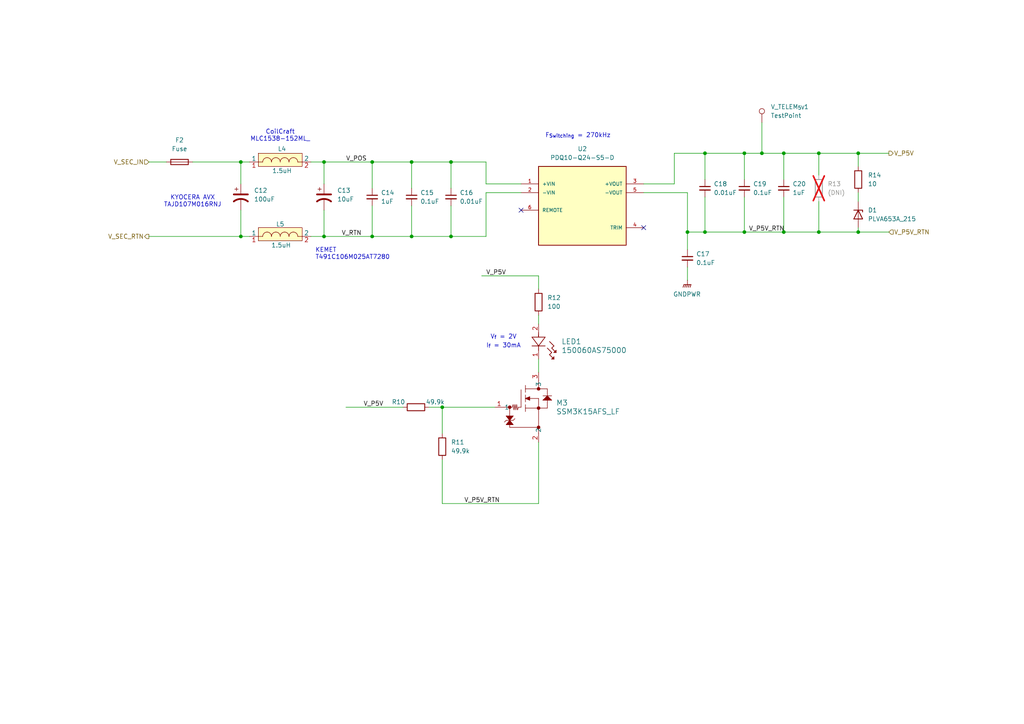
<source format=kicad_sch>
(kicad_sch
	(version 20250114)
	(generator "eeschema")
	(generator_version "9.0")
	(uuid "cf650069-2af9-481a-abdc-afccce69c363")
	(paper "A4")
	(lib_symbols
		(symbol "CUI:PDQ10-Q24-S3-D"
			(pin_names
				(offset 1.016)
			)
			(exclude_from_sim no)
			(in_bom yes)
			(on_board yes)
			(property "Reference" "U"
				(at -12.725 10.1799 0)
				(effects
					(font
						(size 1.27 1.27)
					)
					(justify left bottom)
				)
			)
			(property "Value" "PDQ10-Q24-S3-D"
				(at -12.7248 -15.2698 0)
				(effects
					(font
						(size 1.27 1.27)
					)
					(justify left bottom)
				)
			)
			(property "Footprint" "PDQ10-Q24-S3-D:CONV_PDQ10-Q24-S3-D"
				(at 0 0 0)
				(effects
					(font
						(size 1.27 1.27)
					)
					(justify bottom)
					(hide yes)
				)
			)
			(property "Datasheet" ""
				(at 0 0 0)
				(effects
					(font
						(size 1.27 1.27)
					)
					(hide yes)
				)
			)
			(property "Description" ""
				(at 0 0 0)
				(effects
					(font
						(size 1.27 1.27)
					)
					(hide yes)
				)
			)
			(property "MF" "CUI Inc."
				(at 0 0 0)
				(effects
					(font
						(size 1.27 1.27)
					)
					(justify bottom)
					(hide yes)
				)
			)
			(property "Description_1" "10 W, 4:1 Input Range, Single/Dual Regulated Output, 1500 Vdc Isolation, Dc-Dc Converter"
				(at 0 0 0)
				(effects
					(font
						(size 1.27 1.27)
					)
					(justify bottom)
					(hide yes)
				)
			)
			(property "Package" "DIP-6 CUI"
				(at 0 0 0)
				(effects
					(font
						(size 1.27 1.27)
					)
					(justify bottom)
					(hide yes)
				)
			)
			(property "Price" "None"
				(at 0 0 0)
				(effects
					(font
						(size 1.27 1.27)
					)
					(justify bottom)
					(hide yes)
				)
			)
			(property "Check_prices" "https://www.snapeda.com/parts/PDQ10-Q24-S3-D/CUI/view-part/?ref=eda"
				(at 0 0 0)
				(effects
					(font
						(size 1.27 1.27)
					)
					(justify bottom)
					(hide yes)
				)
			)
			(property "STANDARD" "Manufacturer Recommendations"
				(at 0 0 0)
				(effects
					(font
						(size 1.27 1.27)
					)
					(justify bottom)
					(hide yes)
				)
			)
			(property "PARTREV" "1.0"
				(at 0 0 0)
				(effects
					(font
						(size 1.27 1.27)
					)
					(justify bottom)
					(hide yes)
				)
			)
			(property "SnapEDA_Link" "https://www.snapeda.com/parts/PDQ10-Q24-S3-D/CUI/view-part/?ref=snap"
				(at 0 0 0)
				(effects
					(font
						(size 1.27 1.27)
					)
					(justify bottom)
					(hide yes)
				)
			)
			(property "MP" "PDQ10-Q24-S3-D"
				(at 0 0 0)
				(effects
					(font
						(size 1.27 1.27)
					)
					(justify bottom)
					(hide yes)
				)
			)
			(property "CUI_purchase_URL" "https://www.cui.com/product/dc-dc-converters/isolated/pdq10-d-series?utm_source=snapeda.com&utm_medium=referral&utm_campaign=snapedaBOM"
				(at 0 0 0)
				(effects
					(font
						(size 1.27 1.27)
					)
					(justify bottom)
					(hide yes)
				)
			)
			(property "Availability" "In Stock"
				(at 0 0 0)
				(effects
					(font
						(size 1.27 1.27)
					)
					(justify bottom)
					(hide yes)
				)
			)
			(property "MANUFACTURER" "CUI Inc"
				(at 0 0 0)
				(effects
					(font
						(size 1.27 1.27)
					)
					(justify bottom)
					(hide yes)
				)
			)
			(symbol "PDQ10-Q24-S3-D_0_0"
				(rectangle
					(start -12.7 -12.7)
					(end 12.7 10.16)
					(stroke
						(width 0.254)
						(type default)
					)
					(fill
						(type background)
					)
				)
				(pin input line
					(at -17.78 5.08 0)
					(length 5.08)
					(name "+VIN"
						(effects
							(font
								(size 1.016 1.016)
							)
						)
					)
					(number "1"
						(effects
							(font
								(size 1.016 1.016)
							)
						)
					)
				)
				(pin input line
					(at -17.78 2.54 0)
					(length 5.08)
					(name "-VIN"
						(effects
							(font
								(size 1.016 1.016)
							)
						)
					)
					(number "2"
						(effects
							(font
								(size 1.016 1.016)
							)
						)
					)
				)
				(pin input line
					(at -17.78 -2.54 0)
					(length 5.08)
					(name "REMOTE"
						(effects
							(font
								(size 1.016 1.016)
							)
						)
					)
					(number "6"
						(effects
							(font
								(size 1.016 1.016)
							)
						)
					)
				)
				(pin output line
					(at 17.78 5.08 180)
					(length 5.08)
					(name "+VOUT"
						(effects
							(font
								(size 1.016 1.016)
							)
						)
					)
					(number "3"
						(effects
							(font
								(size 1.016 1.016)
							)
						)
					)
				)
				(pin output line
					(at 17.78 2.54 180)
					(length 5.08)
					(name "-VOUT"
						(effects
							(font
								(size 1.016 1.016)
							)
						)
					)
					(number "5"
						(effects
							(font
								(size 1.016 1.016)
							)
						)
					)
				)
				(pin passive line
					(at 17.78 -7.62 180)
					(length 5.08)
					(name "TRIM"
						(effects
							(font
								(size 1.016 1.016)
							)
						)
					)
					(number "4"
						(effects
							(font
								(size 1.016 1.016)
							)
						)
					)
				)
			)
			(embedded_fonts no)
		)
		(symbol "CoilCraft:MLC7542"
			(pin_names
				(offset 0)
			)
			(exclude_from_sim no)
			(in_bom yes)
			(on_board yes)
			(property "Reference" "L"
				(at 5.334 3.81 0)
				(effects
					(font
						(size 1.27 1.27)
					)
				)
			)
			(property "Value" ""
				(at 6.35 3.302 0)
				(effects
					(font
						(size 1.27 1.27)
					)
				)
			)
			(property "Footprint" ""
				(at 6.35 3.302 0)
				(effects
					(font
						(size 1.27 1.27)
					)
					(hide yes)
				)
			)
			(property "Datasheet" ""
				(at 6.35 3.302 0)
				(effects
					(font
						(size 1.27 1.27)
					)
					(hide yes)
				)
			)
			(property "Description" ""
				(at 6.35 3.302 0)
				(effects
					(font
						(size 1.27 1.27)
					)
					(hide yes)
				)
			)
			(symbol "MLC7542_0_1"
				(arc
					(start 1.27 0)
					(mid 1.642 0.898)
					(end 2.54 1.27)
					(stroke
						(width 0)
						(type default)
					)
					(fill
						(type none)
					)
				)
				(arc
					(start 2.54 1.27)
					(mid 3.438 0.898)
					(end 3.81 0)
					(stroke
						(width 0)
						(type default)
					)
					(fill
						(type none)
					)
				)
				(arc
					(start 3.81 0)
					(mid 4.182 0.898)
					(end 5.08 1.27)
					(stroke
						(width 0)
						(type default)
					)
					(fill
						(type none)
					)
				)
				(arc
					(start 5.08 1.27)
					(mid 5.978 0.898)
					(end 6.35 0)
					(stroke
						(width 0)
						(type default)
					)
					(fill
						(type none)
					)
				)
				(arc
					(start 6.35 0)
					(mid 6.722 0.898)
					(end 7.62 1.27)
					(stroke
						(width 0)
						(type default)
					)
					(fill
						(type none)
					)
				)
				(arc
					(start 7.62 1.27)
					(mid 8.518 0.898)
					(end 8.89 0)
					(stroke
						(width 0)
						(type default)
					)
					(fill
						(type none)
					)
				)
				(arc
					(start 8.89 0)
					(mid 9.262 0.898)
					(end 10.16 1.27)
					(stroke
						(width 0)
						(type default)
					)
					(fill
						(type none)
					)
				)
				(arc
					(start 10.16 1.27)
					(mid 11.058 0.898)
					(end 11.43 0)
					(stroke
						(width 0)
						(type default)
					)
					(fill
						(type none)
					)
				)
			)
			(symbol "MLC7542_1_1"
				(rectangle
					(start 0 2.54)
					(end 12.7 -1.27)
					(stroke
						(width 0)
						(type default)
					)
					(fill
						(type background)
					)
				)
				(polyline
					(pts
						(xy 1.27 0) (xy 0 0)
					)
					(stroke
						(width 0)
						(type default)
					)
					(fill
						(type none)
					)
				)
				(polyline
					(pts
						(xy 11.43 0) (xy 12.7 0)
					)
					(stroke
						(width 0)
						(type default)
					)
					(fill
						(type none)
					)
				)
				(pin bidirectional line
					(at -2.54 0 0)
					(length 2.54)
					(name "1"
						(effects
							(font
								(size 1.27 1.27)
							)
						)
					)
					(number "1"
						(effects
							(font
								(size 1.27 1.27)
							)
						)
					)
				)
				(pin bidirectional line
					(at 15.24 0 180)
					(length 2.54)
					(name "2"
						(effects
							(font
								(size 1.27 1.27)
							)
						)
					)
					(number "2"
						(effects
							(font
								(size 1.27 1.27)
							)
						)
					)
				)
			)
			(embedded_fonts no)
		)
		(symbol "Connector:TestPoint"
			(pin_numbers
				(hide yes)
			)
			(pin_names
				(offset 0.762)
				(hide yes)
			)
			(exclude_from_sim no)
			(in_bom yes)
			(on_board yes)
			(property "Reference" "TP"
				(at 0 6.858 0)
				(effects
					(font
						(size 1.27 1.27)
					)
				)
			)
			(property "Value" "TestPoint"
				(at 0 5.08 0)
				(effects
					(font
						(size 1.27 1.27)
					)
				)
			)
			(property "Footprint" ""
				(at 5.08 0 0)
				(effects
					(font
						(size 1.27 1.27)
					)
					(hide yes)
				)
			)
			(property "Datasheet" "~"
				(at 5.08 0 0)
				(effects
					(font
						(size 1.27 1.27)
					)
					(hide yes)
				)
			)
			(property "Description" "test point"
				(at 0 0 0)
				(effects
					(font
						(size 1.27 1.27)
					)
					(hide yes)
				)
			)
			(property "ki_keywords" "test point tp"
				(at 0 0 0)
				(effects
					(font
						(size 1.27 1.27)
					)
					(hide yes)
				)
			)
			(property "ki_fp_filters" "Pin* Test*"
				(at 0 0 0)
				(effects
					(font
						(size 1.27 1.27)
					)
					(hide yes)
				)
			)
			(symbol "TestPoint_0_1"
				(circle
					(center 0 3.302)
					(radius 0.762)
					(stroke
						(width 0)
						(type default)
					)
					(fill
						(type none)
					)
				)
			)
			(symbol "TestPoint_1_1"
				(pin passive line
					(at 0 0 90)
					(length 2.54)
					(name "1"
						(effects
							(font
								(size 1.27 1.27)
							)
						)
					)
					(number "1"
						(effects
							(font
								(size 1.27 1.27)
							)
						)
					)
				)
			)
			(embedded_fonts no)
		)
		(symbol "Device:C_Polarized_US"
			(pin_numbers
				(hide yes)
			)
			(pin_names
				(offset 0.254)
				(hide yes)
			)
			(exclude_from_sim no)
			(in_bom yes)
			(on_board yes)
			(property "Reference" "C"
				(at 0.635 2.54 0)
				(effects
					(font
						(size 1.27 1.27)
					)
					(justify left)
				)
			)
			(property "Value" "C_Polarized_US"
				(at 0.635 -2.54 0)
				(effects
					(font
						(size 1.27 1.27)
					)
					(justify left)
				)
			)
			(property "Footprint" ""
				(at 0 0 0)
				(effects
					(font
						(size 1.27 1.27)
					)
					(hide yes)
				)
			)
			(property "Datasheet" "~"
				(at 0 0 0)
				(effects
					(font
						(size 1.27 1.27)
					)
					(hide yes)
				)
			)
			(property "Description" "Polarized capacitor, US symbol"
				(at 0 0 0)
				(effects
					(font
						(size 1.27 1.27)
					)
					(hide yes)
				)
			)
			(property "ki_keywords" "cap capacitor"
				(at 0 0 0)
				(effects
					(font
						(size 1.27 1.27)
					)
					(hide yes)
				)
			)
			(property "ki_fp_filters" "CP_*"
				(at 0 0 0)
				(effects
					(font
						(size 1.27 1.27)
					)
					(hide yes)
				)
			)
			(symbol "C_Polarized_US_0_1"
				(polyline
					(pts
						(xy -2.032 0.762) (xy 2.032 0.762)
					)
					(stroke
						(width 0.508)
						(type default)
					)
					(fill
						(type none)
					)
				)
				(polyline
					(pts
						(xy -1.778 2.286) (xy -0.762 2.286)
					)
					(stroke
						(width 0)
						(type default)
					)
					(fill
						(type none)
					)
				)
				(polyline
					(pts
						(xy -1.27 1.778) (xy -1.27 2.794)
					)
					(stroke
						(width 0)
						(type default)
					)
					(fill
						(type none)
					)
				)
				(arc
					(start -2.032 -1.27)
					(mid 0 -0.5572)
					(end 2.032 -1.27)
					(stroke
						(width 0.508)
						(type default)
					)
					(fill
						(type none)
					)
				)
			)
			(symbol "C_Polarized_US_1_1"
				(pin passive line
					(at 0 3.81 270)
					(length 2.794)
					(name "~"
						(effects
							(font
								(size 1.27 1.27)
							)
						)
					)
					(number "1"
						(effects
							(font
								(size 1.27 1.27)
							)
						)
					)
				)
				(pin passive line
					(at 0 -3.81 90)
					(length 3.302)
					(name "~"
						(effects
							(font
								(size 1.27 1.27)
							)
						)
					)
					(number "2"
						(effects
							(font
								(size 1.27 1.27)
							)
						)
					)
				)
			)
			(embedded_fonts no)
		)
		(symbol "Device:C_Small"
			(pin_numbers
				(hide yes)
			)
			(pin_names
				(offset 0.254)
				(hide yes)
			)
			(exclude_from_sim no)
			(in_bom yes)
			(on_board yes)
			(property "Reference" "C"
				(at 0.254 1.778 0)
				(effects
					(font
						(size 1.27 1.27)
					)
					(justify left)
				)
			)
			(property "Value" "C_Small"
				(at 0.254 -2.032 0)
				(effects
					(font
						(size 1.27 1.27)
					)
					(justify left)
				)
			)
			(property "Footprint" ""
				(at 0 0 0)
				(effects
					(font
						(size 1.27 1.27)
					)
					(hide yes)
				)
			)
			(property "Datasheet" "~"
				(at 0 0 0)
				(effects
					(font
						(size 1.27 1.27)
					)
					(hide yes)
				)
			)
			(property "Description" "Unpolarized capacitor, small symbol"
				(at 0 0 0)
				(effects
					(font
						(size 1.27 1.27)
					)
					(hide yes)
				)
			)
			(property "ki_keywords" "capacitor cap"
				(at 0 0 0)
				(effects
					(font
						(size 1.27 1.27)
					)
					(hide yes)
				)
			)
			(property "ki_fp_filters" "C_*"
				(at 0 0 0)
				(effects
					(font
						(size 1.27 1.27)
					)
					(hide yes)
				)
			)
			(symbol "C_Small_0_1"
				(polyline
					(pts
						(xy -1.524 0.508) (xy 1.524 0.508)
					)
					(stroke
						(width 0.3048)
						(type default)
					)
					(fill
						(type none)
					)
				)
				(polyline
					(pts
						(xy -1.524 -0.508) (xy 1.524 -0.508)
					)
					(stroke
						(width 0.3302)
						(type default)
					)
					(fill
						(type none)
					)
				)
			)
			(symbol "C_Small_1_1"
				(pin passive line
					(at 0 2.54 270)
					(length 2.032)
					(name "~"
						(effects
							(font
								(size 1.27 1.27)
							)
						)
					)
					(number "1"
						(effects
							(font
								(size 1.27 1.27)
							)
						)
					)
				)
				(pin passive line
					(at 0 -2.54 90)
					(length 2.032)
					(name "~"
						(effects
							(font
								(size 1.27 1.27)
							)
						)
					)
					(number "2"
						(effects
							(font
								(size 1.27 1.27)
							)
						)
					)
				)
			)
			(embedded_fonts no)
		)
		(symbol "Device:D_Zener"
			(pin_numbers
				(hide yes)
			)
			(pin_names
				(offset 1.016)
				(hide yes)
			)
			(exclude_from_sim no)
			(in_bom yes)
			(on_board yes)
			(property "Reference" "D1"
				(at -1.2701 2.794 90)
				(effects
					(font
						(size 1.27 1.27)
					)
					(justify left)
				)
			)
			(property "Value" "PLVA653A_215"
				(at 1.2699 2.794 90)
				(effects
					(font
						(size 1.27 1.27)
					)
					(justify left)
				)
			)
			(property "Footprint" "Nexperia:SOT95P230X110-3N"
				(at 0.254 -3.556 0)
				(effects
					(font
						(size 1.27 1.27)
					)
					(hide yes)
				)
			)
			(property "Datasheet" "~"
				(at 0 0 0)
				(effects
					(font
						(size 1.27 1.27)
					)
					(hide yes)
				)
			)
			(property "Description" "Zener diode"
				(at 0 -5.334 0)
				(effects
					(font
						(size 1.27 1.27)
					)
					(hide yes)
				)
			)
			(property "ki_keywords" "diode"
				(at 0 0 0)
				(effects
					(font
						(size 1.27 1.27)
					)
					(hide yes)
				)
			)
			(property "ki_fp_filters" "TO-???* *_Diode_* *SingleDiode* D_*"
				(at 0 0 0)
				(effects
					(font
						(size 1.27 1.27)
					)
					(hide yes)
				)
			)
			(symbol "D_Zener_0_1"
				(polyline
					(pts
						(xy -1.27 -1.27) (xy -1.27 1.27) (xy -0.762 1.27)
					)
					(stroke
						(width 0.254)
						(type default)
					)
					(fill
						(type none)
					)
				)
				(polyline
					(pts
						(xy 1.27 0) (xy -1.27 0)
					)
					(stroke
						(width 0)
						(type default)
					)
					(fill
						(type none)
					)
				)
				(polyline
					(pts
						(xy 1.27 -1.27) (xy 1.27 1.27) (xy -1.27 0) (xy 1.27 -1.27)
					)
					(stroke
						(width 0.254)
						(type default)
					)
					(fill
						(type none)
					)
				)
			)
			(symbol "D_Zener_1_1"
				(pin passive line
					(at -3.81 0 0)
					(length 2.54)
					(name "K"
						(effects
							(font
								(size 1.27 1.27)
							)
						)
					)
					(number "3"
						(effects
							(font
								(size 1.27 1.27)
							)
						)
					)
				)
				(pin passive line
					(at 3.81 0 180)
					(length 2.54)
					(name "A"
						(effects
							(font
								(size 1.27 1.27)
							)
						)
					)
					(number "1"
						(effects
							(font
								(size 1.27 1.27)
							)
						)
					)
				)
			)
			(embedded_fonts no)
		)
		(symbol "Device:Fuse"
			(pin_numbers
				(hide yes)
			)
			(pin_names
				(offset 0)
			)
			(exclude_from_sim no)
			(in_bom yes)
			(on_board yes)
			(property "Reference" "F"
				(at 2.032 0 90)
				(effects
					(font
						(size 1.27 1.27)
					)
				)
			)
			(property "Value" "Fuse"
				(at -1.905 0 90)
				(effects
					(font
						(size 1.27 1.27)
					)
				)
			)
			(property "Footprint" ""
				(at -1.778 0 90)
				(effects
					(font
						(size 1.27 1.27)
					)
					(hide yes)
				)
			)
			(property "Datasheet" "~"
				(at 0 0 0)
				(effects
					(font
						(size 1.27 1.27)
					)
					(hide yes)
				)
			)
			(property "Description" "Fuse"
				(at 0 0 0)
				(effects
					(font
						(size 1.27 1.27)
					)
					(hide yes)
				)
			)
			(property "ki_keywords" "fuse"
				(at 0 0 0)
				(effects
					(font
						(size 1.27 1.27)
					)
					(hide yes)
				)
			)
			(property "ki_fp_filters" "*Fuse*"
				(at 0 0 0)
				(effects
					(font
						(size 1.27 1.27)
					)
					(hide yes)
				)
			)
			(symbol "Fuse_0_1"
				(rectangle
					(start -0.762 -2.54)
					(end 0.762 2.54)
					(stroke
						(width 0.254)
						(type default)
					)
					(fill
						(type none)
					)
				)
				(polyline
					(pts
						(xy 0 2.54) (xy 0 -2.54)
					)
					(stroke
						(width 0)
						(type default)
					)
					(fill
						(type none)
					)
				)
			)
			(symbol "Fuse_1_1"
				(pin passive line
					(at 0 3.81 270)
					(length 1.27)
					(name "~"
						(effects
							(font
								(size 1.27 1.27)
							)
						)
					)
					(number "1"
						(effects
							(font
								(size 1.27 1.27)
							)
						)
					)
				)
				(pin passive line
					(at 0 -3.81 90)
					(length 1.27)
					(name "~"
						(effects
							(font
								(size 1.27 1.27)
							)
						)
					)
					(number "2"
						(effects
							(font
								(size 1.27 1.27)
							)
						)
					)
				)
			)
			(embedded_fonts no)
		)
		(symbol "Device:R"
			(pin_numbers
				(hide yes)
			)
			(pin_names
				(offset 0)
			)
			(exclude_from_sim no)
			(in_bom yes)
			(on_board yes)
			(property "Reference" "R"
				(at 2.032 0 90)
				(effects
					(font
						(size 1.27 1.27)
					)
				)
			)
			(property "Value" "R"
				(at 0 0 90)
				(effects
					(font
						(size 1.27 1.27)
					)
				)
			)
			(property "Footprint" ""
				(at -1.778 0 90)
				(effects
					(font
						(size 1.27 1.27)
					)
					(hide yes)
				)
			)
			(property "Datasheet" "~"
				(at 0 0 0)
				(effects
					(font
						(size 1.27 1.27)
					)
					(hide yes)
				)
			)
			(property "Description" "Resistor"
				(at 0 0 0)
				(effects
					(font
						(size 1.27 1.27)
					)
					(hide yes)
				)
			)
			(property "ki_keywords" "R res resistor"
				(at 0 0 0)
				(effects
					(font
						(size 1.27 1.27)
					)
					(hide yes)
				)
			)
			(property "ki_fp_filters" "R_*"
				(at 0 0 0)
				(effects
					(font
						(size 1.27 1.27)
					)
					(hide yes)
				)
			)
			(symbol "R_0_1"
				(rectangle
					(start -1.016 -2.54)
					(end 1.016 2.54)
					(stroke
						(width 0.254)
						(type default)
					)
					(fill
						(type none)
					)
				)
			)
			(symbol "R_1_1"
				(pin passive line
					(at 0 3.81 270)
					(length 1.27)
					(name "~"
						(effects
							(font
								(size 1.27 1.27)
							)
						)
					)
					(number "1"
						(effects
							(font
								(size 1.27 1.27)
							)
						)
					)
				)
				(pin passive line
					(at 0 -3.81 90)
					(length 1.27)
					(name "~"
						(effects
							(font
								(size 1.27 1.27)
							)
						)
					)
					(number "2"
						(effects
							(font
								(size 1.27 1.27)
							)
						)
					)
				)
			)
			(embedded_fonts no)
		)
		(symbol "Toshiba_Semiconductor:SSM3K15AFS_LF"
			(pin_names
				(offset 0.254)
			)
			(exclude_from_sim no)
			(in_bom yes)
			(on_board yes)
			(property "Reference" "MOSFET"
				(at 0 0 0)
				(effects
					(font
						(size 1.524 1.524)
					)
				)
			)
			(property "Value" "SSM3K15AFS_LF"
				(at 0 0 0)
				(effects
					(font
						(size 1.524 1.524)
					)
				)
			)
			(property "Footprint" "SSM_TOS"
				(at 0 0 0)
				(effects
					(font
						(size 1.27 1.27)
						(italic yes)
					)
					(hide yes)
				)
			)
			(property "Datasheet" "SSM3K15AFS_LF"
				(at 0 0 0)
				(effects
					(font
						(size 1.27 1.27)
						(italic yes)
					)
					(hide yes)
				)
			)
			(property "Description" ""
				(at 0 0 0)
				(effects
					(font
						(size 1.27 1.27)
					)
					(hide yes)
				)
			)
			(property "ki_locked" ""
				(at 0 0 0)
				(effects
					(font
						(size 1.27 1.27)
					)
				)
			)
			(property "ki_keywords" "SSM3K15AFS,LF"
				(at 0 0 0)
				(effects
					(font
						(size 1.27 1.27)
					)
					(hide yes)
				)
			)
			(property "ki_fp_filters" "SSM_TOS SSM_TOS-M SSM_TOS-L"
				(at 0 0 0)
				(effects
					(font
						(size 1.27 1.27)
					)
					(hide yes)
				)
			)
			(symbol "SSM3K15AFS_LF_0_1"
				(polyline
					(pts
						(xy 0 -7.62) (xy 2.54 -7.62)
					)
					(stroke
						(width 0.1524)
						(type default)
					)
					(fill
						(type none)
					)
				)
				(polyline
					(pts
						(xy 0.762 -10.16) (xy 1.778 -11.43)
					)
					(stroke
						(width 0.1524)
						(type default)
					)
					(fill
						(type none)
					)
				)
				(polyline
					(pts
						(xy 0.762 -10.16) (xy 1.778 -11.43) (xy 0.762 -12.7) (xy 2.794 -12.7) (xy 1.778 -11.43) (xy 2.794 -10.16)
					)
					(stroke
						(width 0)
						(type default)
					)
					(fill
						(type outline)
					)
				)
				(polyline
					(pts
						(xy 0.762 -11.43) (xy 0.254 -11.938)
					)
					(stroke
						(width 0.1524)
						(type default)
					)
					(fill
						(type none)
					)
				)
				(polyline
					(pts
						(xy 0.762 -11.43) (xy 2.794 -11.43)
					)
					(stroke
						(width 0.1524)
						(type default)
					)
					(fill
						(type none)
					)
				)
				(polyline
					(pts
						(xy 0.762 -12.7) (xy 2.794 -12.7)
					)
					(stroke
						(width 0.1524)
						(type default)
					)
					(fill
						(type none)
					)
				)
				(polyline
					(pts
						(xy 1.778 -7.62) (xy 1.778 -10.16)
					)
					(stroke
						(width 0.1524)
						(type default)
					)
					(fill
						(type none)
					)
				)
				(circle
					(center 1.778 -7.62)
					(radius 0.254)
					(stroke
						(width 0.508)
						(type default)
					)
					(fill
						(type none)
					)
				)
				(polyline
					(pts
						(xy 1.778 -11.43) (xy 0.762 -12.7)
					)
					(stroke
						(width 0.1524)
						(type default)
					)
					(fill
						(type none)
					)
				)
				(polyline
					(pts
						(xy 1.778 -11.43) (xy 2.794 -10.16)
					)
					(stroke
						(width 0.1524)
						(type default)
					)
					(fill
						(type none)
					)
				)
				(polyline
					(pts
						(xy 1.778 -12.7) (xy 1.778 -13.462)
					)
					(stroke
						(width 0.1524)
						(type default)
					)
					(fill
						(type none)
					)
				)
				(polyline
					(pts
						(xy 1.778 -13.462) (xy 10.16 -13.462)
					)
					(stroke
						(width 0.1524)
						(type default)
					)
					(fill
						(type none)
					)
				)
				(polyline
					(pts
						(xy 2.794 -6.858) (xy 2.54 -7.62)
					)
					(stroke
						(width 0.1524)
						(type default)
					)
					(fill
						(type none)
					)
				)
				(polyline
					(pts
						(xy 2.794 -10.16) (xy 0.762 -10.16)
					)
					(stroke
						(width 0.1524)
						(type default)
					)
					(fill
						(type none)
					)
				)
				(polyline
					(pts
						(xy 2.794 -11.43) (xy 3.302 -10.922)
					)
					(stroke
						(width 0.1524)
						(type default)
					)
					(fill
						(type none)
					)
				)
				(polyline
					(pts
						(xy 2.794 -12.7) (xy 1.778 -11.43)
					)
					(stroke
						(width 0.1524)
						(type default)
					)
					(fill
						(type none)
					)
				)
				(polyline
					(pts
						(xy 3.048 -8.382) (xy 2.794 -6.858)
					)
					(stroke
						(width 0.1524)
						(type default)
					)
					(fill
						(type none)
					)
				)
				(polyline
					(pts
						(xy 3.302 -6.858) (xy 3.048 -8.382)
					)
					(stroke
						(width 0.1524)
						(type default)
					)
					(fill
						(type none)
					)
				)
				(polyline
					(pts
						(xy 3.556 -8.382) (xy 3.302 -6.858)
					)
					(stroke
						(width 0.1524)
						(type default)
					)
					(fill
						(type none)
					)
				)
				(polyline
					(pts
						(xy 3.81 -6.858) (xy 3.556 -8.382)
					)
					(stroke
						(width 0.1524)
						(type default)
					)
					(fill
						(type none)
					)
				)
				(polyline
					(pts
						(xy 4.064 -8.382) (xy 3.81 -6.858)
					)
					(stroke
						(width 0.1524)
						(type default)
					)
					(fill
						(type none)
					)
				)
				(polyline
					(pts
						(xy 4.318 -7.62) (xy 4.064 -8.382)
					)
					(stroke
						(width 0.1524)
						(type default)
					)
					(fill
						(type none)
					)
				)
				(polyline
					(pts
						(xy 5.08 -7.62) (xy 4.318 -7.62)
					)
					(stroke
						(width 0.1524)
						(type default)
					)
					(fill
						(type none)
					)
				)
				(polyline
					(pts
						(xy 5.08 -7.62) (xy 5.08 -2.54)
					)
					(stroke
						(width 0.1524)
						(type default)
					)
					(fill
						(type none)
					)
				)
				(polyline
					(pts
						(xy 6.35 -3.302) (xy 6.35 -1.27)
					)
					(stroke
						(width 0.1524)
						(type default)
					)
					(fill
						(type none)
					)
				)
				(polyline
					(pts
						(xy 6.35 -5.08) (xy 7.62 -4.572)
					)
					(stroke
						(width 0.1524)
						(type default)
					)
					(fill
						(type none)
					)
				)
				(polyline
					(pts
						(xy 6.35 -6.096) (xy 6.35 -4.064)
					)
					(stroke
						(width 0.1524)
						(type default)
					)
					(fill
						(type none)
					)
				)
				(polyline
					(pts
						(xy 6.35 -7.874) (xy 12.7 -7.874)
					)
					(stroke
						(width 0.1524)
						(type default)
					)
					(fill
						(type none)
					)
				)
				(polyline
					(pts
						(xy 6.35 -8.89) (xy 6.35 -6.858)
					)
					(stroke
						(width 0.1524)
						(type default)
					)
					(fill
						(type none)
					)
				)
				(polyline
					(pts
						(xy 7.62 -4.572) (xy 7.62 -5.588)
					)
					(stroke
						(width 0.1524)
						(type default)
					)
					(fill
						(type none)
					)
				)
				(polyline
					(pts
						(xy 7.62 -4.572) (xy 6.35 -5.08) (xy 7.62 -5.588)
					)
					(stroke
						(width 0)
						(type default)
					)
					(fill
						(type outline)
					)
				)
				(polyline
					(pts
						(xy 7.62 -5.08) (xy 10.16 -5.08)
					)
					(stroke
						(width 0.1524)
						(type default)
					)
					(fill
						(type none)
					)
				)
				(polyline
					(pts
						(xy 7.62 -5.588) (xy 6.35 -5.08)
					)
					(stroke
						(width 0.1524)
						(type default)
					)
					(fill
						(type none)
					)
				)
				(polyline
					(pts
						(xy 10.16 0) (xy 10.16 -2.286)
					)
					(stroke
						(width 0.1524)
						(type default)
					)
					(fill
						(type none)
					)
				)
				(circle
					(center 10.16 -2.286)
					(radius 0.254)
					(stroke
						(width 0.508)
						(type default)
					)
					(fill
						(type none)
					)
				)
				(polyline
					(pts
						(xy 10.16 -5.08) (xy 10.16 -15.24)
					)
					(stroke
						(width 0.1524)
						(type default)
					)
					(fill
						(type none)
					)
				)
				(circle
					(center 10.16 -7.874)
					(radius 0.254)
					(stroke
						(width 0.508)
						(type default)
					)
					(fill
						(type none)
					)
				)
				(circle
					(center 10.16 -13.462)
					(radius 0.254)
					(stroke
						(width 0.508)
						(type default)
					)
					(fill
						(type none)
					)
				)
				(polyline
					(pts
						(xy 11.43 -4.318) (xy 13.97 -4.318)
					)
					(stroke
						(width 0.1524)
						(type default)
					)
					(fill
						(type none)
					)
				)
				(polyline
					(pts
						(xy 11.43 -5.588) (xy 13.97 -5.588)
					)
					(stroke
						(width 0.1524)
						(type default)
					)
					(fill
						(type none)
					)
				)
				(polyline
					(pts
						(xy 12.7 -2.286) (xy 6.35 -2.286)
					)
					(stroke
						(width 0.1524)
						(type default)
					)
					(fill
						(type none)
					)
				)
				(polyline
					(pts
						(xy 12.7 -4.318) (xy 11.43 -5.588)
					)
					(stroke
						(width 0.1524)
						(type default)
					)
					(fill
						(type none)
					)
				)
				(polyline
					(pts
						(xy 12.7 -4.318) (xy 12.7 -2.286)
					)
					(stroke
						(width 0.1524)
						(type default)
					)
					(fill
						(type none)
					)
				)
				(polyline
					(pts
						(xy 12.7 -4.318) (xy 11.43 -5.588) (xy 13.97 -5.588)
					)
					(stroke
						(width 0)
						(type default)
					)
					(fill
						(type outline)
					)
				)
				(polyline
					(pts
						(xy 12.7 -7.874) (xy 12.7 -5.588)
					)
					(stroke
						(width 0.1524)
						(type default)
					)
					(fill
						(type none)
					)
				)
				(polyline
					(pts
						(xy 13.97 -5.588) (xy 12.7 -4.318)
					)
					(stroke
						(width 0.1524)
						(type default)
					)
					(fill
						(type none)
					)
				)
				(pin unspecified line
					(at -2.54 -7.62 0)
					(length 2.54)
					(name "1"
						(effects
							(font
								(size 1.27 1.27)
							)
						)
					)
					(number "1"
						(effects
							(font
								(size 1.27 1.27)
							)
						)
					)
				)
				(pin unspecified line
					(at 10.16 2.54 270)
					(length 2.54)
					(name "3"
						(effects
							(font
								(size 1.27 1.27)
							)
						)
					)
					(number "3"
						(effects
							(font
								(size 1.27 1.27)
							)
						)
					)
				)
				(pin unspecified line
					(at 10.16 -17.78 90)
					(length 2.54)
					(name "2"
						(effects
							(font
								(size 1.27 1.27)
							)
						)
					)
					(number "2"
						(effects
							(font
								(size 1.27 1.27)
							)
						)
					)
				)
			)
			(embedded_fonts no)
		)
		(symbol "Wurth Elektronik:150060AS75000"
			(pin_names
				(offset 0.254)
			)
			(exclude_from_sim no)
			(in_bom yes)
			(on_board yes)
			(property "Reference" "LED"
				(at 5.08 -4.445 0)
				(effects
					(font
						(size 1.524 1.524)
					)
				)
			)
			(property "Value" "150060AS75000"
				(at 5.08 -7.62 0)
				(effects
					(font
						(size 1.524 1.524)
					)
				)
			)
			(property "Footprint" "LED_0AS75000_WRE"
				(at 0 0 0)
				(effects
					(font
						(size 1.27 1.27)
						(italic yes)
					)
					(hide yes)
				)
			)
			(property "Datasheet" "150060AS75000"
				(at 0 0 0)
				(effects
					(font
						(size 1.27 1.27)
						(italic yes)
					)
					(hide yes)
				)
			)
			(property "Description" ""
				(at 0 0 0)
				(effects
					(font
						(size 1.27 1.27)
					)
					(hide yes)
				)
			)
			(property "ki_locked" ""
				(at 0 0 0)
				(effects
					(font
						(size 1.27 1.27)
					)
				)
			)
			(property "ki_keywords" "150060AS75000"
				(at 0 0 0)
				(effects
					(font
						(size 1.27 1.27)
					)
					(hide yes)
				)
			)
			(property "ki_fp_filters" "LED_0AS75000_WRE"
				(at 0 0 0)
				(effects
					(font
						(size 1.27 1.27)
					)
					(hide yes)
				)
			)
			(symbol "150060AS75000_0_1"
				(polyline
					(pts
						(xy 2.54 0) (xy 3.4798 0)
					)
					(stroke
						(width 0.2032)
						(type default)
					)
					(fill
						(type none)
					)
				)
				(polyline
					(pts
						(xy 3.175 0) (xy 3.81 0)
					)
					(stroke
						(width 0.2032)
						(type default)
					)
					(fill
						(type none)
					)
				)
				(polyline
					(pts
						(xy 3.81 1.905) (xy 3.81 -1.905)
					)
					(stroke
						(width 0.2032)
						(type default)
					)
					(fill
						(type none)
					)
				)
				(polyline
					(pts
						(xy 3.81 -1.905) (xy 6.35 0)
					)
					(stroke
						(width 0.2032)
						(type default)
					)
					(fill
						(type none)
					)
				)
				(polyline
					(pts
						(xy 5.08 3.175) (xy 6.35 4.445)
					)
					(stroke
						(width 0.2032)
						(type default)
					)
					(fill
						(type none)
					)
				)
				(polyline
					(pts
						(xy 6.35 4.445) (xy 6.985 3.81)
					)
					(stroke
						(width 0.2032)
						(type default)
					)
					(fill
						(type none)
					)
				)
				(polyline
					(pts
						(xy 6.35 0) (xy 3.81 1.905)
					)
					(stroke
						(width 0.2032)
						(type default)
					)
					(fill
						(type none)
					)
				)
				(polyline
					(pts
						(xy 6.35 0) (xy 7.62 0)
					)
					(stroke
						(width 0.2032)
						(type default)
					)
					(fill
						(type none)
					)
				)
				(polyline
					(pts
						(xy 6.35 -1.905) (xy 6.35 1.905)
					)
					(stroke
						(width 0.2032)
						(type default)
					)
					(fill
						(type none)
					)
				)
				(polyline
					(pts
						(xy 6.985 3.81) (xy 8.255 5.08)
					)
					(stroke
						(width 0.2032)
						(type default)
					)
					(fill
						(type none)
					)
				)
				(polyline
					(pts
						(xy 6.985 2.54) (xy 8.255 3.81)
					)
					(stroke
						(width 0.2032)
						(type default)
					)
					(fill
						(type none)
					)
				)
				(polyline
					(pts
						(xy 7.62 5.08) (xy 8.255 4.445)
					)
					(stroke
						(width 0.2032)
						(type default)
					)
					(fill
						(type none)
					)
				)
				(polyline
					(pts
						(xy 8.255 5.08) (xy 7.62 5.08)
					)
					(stroke
						(width 0.2032)
						(type default)
					)
					(fill
						(type none)
					)
				)
				(polyline
					(pts
						(xy 8.255 4.445) (xy 8.255 5.08)
					)
					(stroke
						(width 0.2032)
						(type default)
					)
					(fill
						(type none)
					)
				)
				(polyline
					(pts
						(xy 8.255 3.81) (xy 8.89 3.175)
					)
					(stroke
						(width 0.2032)
						(type default)
					)
					(fill
						(type none)
					)
				)
				(polyline
					(pts
						(xy 8.89 3.175) (xy 10.16 4.445)
					)
					(stroke
						(width 0.2032)
						(type default)
					)
					(fill
						(type none)
					)
				)
				(polyline
					(pts
						(xy 9.525 4.445) (xy 10.16 3.81)
					)
					(stroke
						(width 0.2032)
						(type default)
					)
					(fill
						(type none)
					)
				)
				(polyline
					(pts
						(xy 10.16 4.445) (xy 9.525 4.445)
					)
					(stroke
						(width 0.2032)
						(type default)
					)
					(fill
						(type none)
					)
				)
				(polyline
					(pts
						(xy 10.16 3.81) (xy 10.16 4.445)
					)
					(stroke
						(width 0.2032)
						(type default)
					)
					(fill
						(type none)
					)
				)
				(pin unspecified line
					(at 0 0 0)
					(length 2.54)
					(name ""
						(effects
							(font
								(size 1.27 1.27)
							)
						)
					)
					(number "2"
						(effects
							(font
								(size 1.27 1.27)
							)
						)
					)
				)
				(pin unspecified line
					(at 10.16 0 180)
					(length 2.54)
					(name ""
						(effects
							(font
								(size 1.27 1.27)
							)
						)
					)
					(number "1"
						(effects
							(font
								(size 1.27 1.27)
							)
						)
					)
				)
			)
			(embedded_fonts no)
		)
		(symbol "power:GNDPWR"
			(power)
			(pin_numbers
				(hide yes)
			)
			(pin_names
				(offset 0)
				(hide yes)
			)
			(exclude_from_sim no)
			(in_bom yes)
			(on_board yes)
			(property "Reference" "#PWR"
				(at 0 -5.08 0)
				(effects
					(font
						(size 1.27 1.27)
					)
					(hide yes)
				)
			)
			(property "Value" "GNDPWR"
				(at 0 -3.302 0)
				(effects
					(font
						(size 1.27 1.27)
					)
				)
			)
			(property "Footprint" ""
				(at 0 -1.27 0)
				(effects
					(font
						(size 1.27 1.27)
					)
					(hide yes)
				)
			)
			(property "Datasheet" ""
				(at 0 -1.27 0)
				(effects
					(font
						(size 1.27 1.27)
					)
					(hide yes)
				)
			)
			(property "Description" "Power symbol creates a global label with name \"GNDPWR\" , global ground"
				(at 0 0 0)
				(effects
					(font
						(size 1.27 1.27)
					)
					(hide yes)
				)
			)
			(property "ki_keywords" "global ground"
				(at 0 0 0)
				(effects
					(font
						(size 1.27 1.27)
					)
					(hide yes)
				)
			)
			(symbol "GNDPWR_0_1"
				(polyline
					(pts
						(xy -1.016 -1.27) (xy -1.27 -2.032) (xy -1.27 -2.032)
					)
					(stroke
						(width 0.2032)
						(type default)
					)
					(fill
						(type none)
					)
				)
				(polyline
					(pts
						(xy -0.508 -1.27) (xy -0.762 -2.032) (xy -0.762 -2.032)
					)
					(stroke
						(width 0.2032)
						(type default)
					)
					(fill
						(type none)
					)
				)
				(polyline
					(pts
						(xy 0 -1.27) (xy 0 0)
					)
					(stroke
						(width 0)
						(type default)
					)
					(fill
						(type none)
					)
				)
				(polyline
					(pts
						(xy 0 -1.27) (xy -0.254 -2.032) (xy -0.254 -2.032)
					)
					(stroke
						(width 0.2032)
						(type default)
					)
					(fill
						(type none)
					)
				)
				(polyline
					(pts
						(xy 0.508 -1.27) (xy 0.254 -2.032) (xy 0.254 -2.032)
					)
					(stroke
						(width 0.2032)
						(type default)
					)
					(fill
						(type none)
					)
				)
				(polyline
					(pts
						(xy 1.016 -1.27) (xy -1.016 -1.27) (xy -1.016 -1.27)
					)
					(stroke
						(width 0.2032)
						(type default)
					)
					(fill
						(type none)
					)
				)
				(polyline
					(pts
						(xy 1.016 -1.27) (xy 0.762 -2.032) (xy 0.762 -2.032) (xy 0.762 -2.032)
					)
					(stroke
						(width 0.2032)
						(type default)
					)
					(fill
						(type none)
					)
				)
			)
			(symbol "GNDPWR_1_1"
				(pin power_in line
					(at 0 0 270)
					(length 0)
					(name "~"
						(effects
							(font
								(size 1.27 1.27)
							)
						)
					)
					(number "1"
						(effects
							(font
								(size 1.27 1.27)
							)
						)
					)
				)
			)
			(embedded_fonts no)
		)
	)
	(text "I_{f} = 30mA"
		(exclude_from_sim no)
		(at 146.05 100.33 0)
		(effects
			(font
				(size 1.27 1.27)
			)
		)
		(uuid "32a4e9f7-ccf0-4b29-8491-75b7ba092826")
	)
	(text "V_{f} = 2V"
		(exclude_from_sim no)
		(at 146.05 97.79 0)
		(effects
			(font
				(size 1.27 1.27)
			)
		)
		(uuid "8170e56a-f925-462b-bbc9-1ca4ee4d11dd")
	)
	(text "KEMET\nT491C106M025AT7280"
		(exclude_from_sim no)
		(at 91.44 73.66 0)
		(effects
			(font
				(size 1.27 1.27)
			)
			(justify left)
		)
		(uuid "943d5f66-a8ed-44ae-8ad9-aa9001dc4cd3")
	)
	(text "CoilCraft\nMLC1538-152ML_"
		(exclude_from_sim no)
		(at 81.28 39.37 0)
		(effects
			(font
				(size 1.27 1.27)
			)
		)
		(uuid "bc3e9148-f189-4333-93c7-6fb713ea9375")
	)
	(text "KYOCERA AVX\nTAJD107M016RNJ"
		(exclude_from_sim no)
		(at 55.88 58.42 0)
		(effects
			(font
				(size 1.27 1.27)
			)
		)
		(uuid "cb733018-380f-4cd9-b87e-1823a2d97f75")
	)
	(text "F_{Switching} = 270kHz"
		(exclude_from_sim no)
		(at 167.64 39.37 0)
		(effects
			(font
				(size 1.27 1.27)
			)
		)
		(uuid "f6fbbe59-5ab5-4220-938f-c41fce0a24d9")
	)
	(junction
		(at 215.9 67.31)
		(diameter 0)
		(color 0 0 0 0)
		(uuid "156781ce-2c86-4e28-b2bd-43db788a5266")
	)
	(junction
		(at 130.81 46.99)
		(diameter 0)
		(color 0 0 0 0)
		(uuid "15f7c279-06d1-4a77-9378-69dee71bab58")
	)
	(junction
		(at 69.85 46.99)
		(diameter 0)
		(color 0 0 0 0)
		(uuid "2432037b-79c3-42ea-8da3-aca4413415ac")
	)
	(junction
		(at 119.38 46.99)
		(diameter 0)
		(color 0 0 0 0)
		(uuid "32a55188-3c02-44a4-a849-0f2328bcaec5")
	)
	(junction
		(at 93.98 46.99)
		(diameter 0)
		(color 0 0 0 0)
		(uuid "3653b9c7-0a2c-487c-8d86-2b18f522712f")
	)
	(junction
		(at 220.98 44.45)
		(diameter 0)
		(color 0 0 0 0)
		(uuid "373b4e95-5adc-4d1f-90ac-dc8462be7bc9")
	)
	(junction
		(at 119.38 68.58)
		(diameter 0)
		(color 0 0 0 0)
		(uuid "3f26c475-7acc-4ca6-9073-5a47eba93980")
	)
	(junction
		(at 248.92 44.45)
		(diameter 0)
		(color 0 0 0 0)
		(uuid "52b7d2f5-e929-44de-9298-b68c9a5b3900")
	)
	(junction
		(at 237.49 67.31)
		(diameter 0)
		(color 0 0 0 0)
		(uuid "54b1e4de-7251-45d9-8d29-390d59dd79a2")
	)
	(junction
		(at 215.9 44.45)
		(diameter 0)
		(color 0 0 0 0)
		(uuid "566d4b83-afd3-4a47-80fd-0f7c989f9468")
	)
	(junction
		(at 69.85 68.58)
		(diameter 0)
		(color 0 0 0 0)
		(uuid "5889bf02-e2fb-4e3e-a509-602f08387829")
	)
	(junction
		(at 248.92 67.31)
		(diameter 0)
		(color 0 0 0 0)
		(uuid "7447061f-3bdc-4179-82b8-d4ad7b8a2d1b")
	)
	(junction
		(at 128.27 118.11)
		(diameter 0)
		(color 0 0 0 0)
		(uuid "745dcd7a-e626-4802-b9f0-8f1b03ae108d")
	)
	(junction
		(at 227.33 44.45)
		(diameter 0)
		(color 0 0 0 0)
		(uuid "8e0602e2-a9c6-47bc-b3a1-0e949bfd3eeb")
	)
	(junction
		(at 204.47 44.45)
		(diameter 0)
		(color 0 0 0 0)
		(uuid "9374153d-55da-4975-8d02-3e796be3715d")
	)
	(junction
		(at 204.47 67.31)
		(diameter 0)
		(color 0 0 0 0)
		(uuid "a366efaa-40d4-43b3-a663-2de197076d08")
	)
	(junction
		(at 227.33 67.31)
		(diameter 0)
		(color 0 0 0 0)
		(uuid "a758c1ea-d281-4243-94fe-0e45b9fbbc54")
	)
	(junction
		(at 107.95 68.58)
		(diameter 0)
		(color 0 0 0 0)
		(uuid "a8c998be-6694-4f22-aa06-9432080653df")
	)
	(junction
		(at 93.98 68.58)
		(diameter 0)
		(color 0 0 0 0)
		(uuid "aa175bff-756a-411b-a639-24c4863897f5")
	)
	(junction
		(at 237.49 44.45)
		(diameter 0)
		(color 0 0 0 0)
		(uuid "bd55b929-b229-4120-a70d-a14ab8cf4587")
	)
	(junction
		(at 107.95 46.99)
		(diameter 0)
		(color 0 0 0 0)
		(uuid "c7ec250c-3796-40be-92fc-fe31b8a81130")
	)
	(junction
		(at 130.81 68.58)
		(diameter 0)
		(color 0 0 0 0)
		(uuid "ccb2946f-13dd-4dab-bbc5-01194b6b04d3")
	)
	(junction
		(at 199.39 67.31)
		(diameter 0)
		(color 0 0 0 0)
		(uuid "e9ac6cc8-9023-4122-9445-e484714243b8")
	)
	(no_connect
		(at 186.69 66.04)
		(uuid "902c0e8a-3bd9-4e71-9148-e11a7365d02b")
	)
	(no_connect
		(at 151.13 60.96)
		(uuid "eb549ab3-24f6-4f4c-82b4-2b812fff4d27")
	)
	(wire
		(pts
			(xy 69.85 46.99) (xy 72.39 46.99)
		)
		(stroke
			(width 0)
			(type default)
		)
		(uuid "0048bb10-cf36-44ea-ba71-938ce665ca3a")
	)
	(wire
		(pts
			(xy 237.49 44.45) (xy 237.49 50.8)
		)
		(stroke
			(width 0)
			(type default)
		)
		(uuid "0966c608-412d-4202-a6c6-c8308e6936ac")
	)
	(wire
		(pts
			(xy 107.95 68.58) (xy 93.98 68.58)
		)
		(stroke
			(width 0)
			(type default)
		)
		(uuid "0c1dce24-b2d5-458c-9ec5-01cc3713c99f")
	)
	(wire
		(pts
			(xy 107.95 46.99) (xy 119.38 46.99)
		)
		(stroke
			(width 0)
			(type default)
		)
		(uuid "10f2ed08-44aa-467a-8760-5ead7e6e897d")
	)
	(wire
		(pts
			(xy 237.49 67.31) (xy 248.92 67.31)
		)
		(stroke
			(width 0)
			(type default)
		)
		(uuid "14d4f94b-7587-43a8-8714-563e925ac367")
	)
	(wire
		(pts
			(xy 156.21 128.27) (xy 156.21 146.05)
		)
		(stroke
			(width 0)
			(type default)
		)
		(uuid "14f50d91-8d0d-4c09-9fce-c0464b9123c3")
	)
	(wire
		(pts
			(xy 139.7 80.01) (xy 156.21 80.01)
		)
		(stroke
			(width 0)
			(type default)
		)
		(uuid "15741fed-a33c-4b75-a9f8-4739931ffd25")
	)
	(wire
		(pts
			(xy 119.38 68.58) (xy 107.95 68.58)
		)
		(stroke
			(width 0)
			(type default)
		)
		(uuid "19a86346-620c-4e30-b63f-a84989ddea72")
	)
	(wire
		(pts
			(xy 43.18 46.99) (xy 48.26 46.99)
		)
		(stroke
			(width 0)
			(type default)
		)
		(uuid "244359e3-cada-4c82-9dc0-808b2cc87fcc")
	)
	(wire
		(pts
			(xy 128.27 146.05) (xy 156.21 146.05)
		)
		(stroke
			(width 0)
			(type default)
		)
		(uuid "25c5b529-f50e-4b84-8af2-1547a0614480")
	)
	(wire
		(pts
			(xy 237.49 58.42) (xy 237.49 67.31)
		)
		(stroke
			(width 0)
			(type default)
		)
		(uuid "2ad61d5f-0c8a-4e94-8f42-0eabde3e3b78")
	)
	(wire
		(pts
			(xy 55.88 46.99) (xy 69.85 46.99)
		)
		(stroke
			(width 0)
			(type default)
		)
		(uuid "2c8fd9f1-41e5-4efa-aa46-1d08986480eb")
	)
	(wire
		(pts
			(xy 227.33 44.45) (xy 237.49 44.45)
		)
		(stroke
			(width 0)
			(type default)
		)
		(uuid "2d2c06f5-348d-4029-be39-ce4e2931bef3")
	)
	(wire
		(pts
			(xy 69.85 68.58) (xy 72.39 68.58)
		)
		(stroke
			(width 0)
			(type default)
		)
		(uuid "363f5db6-8320-43cd-b1ba-9decb78ada1b")
	)
	(wire
		(pts
			(xy 130.81 46.99) (xy 130.81 54.61)
		)
		(stroke
			(width 0)
			(type default)
		)
		(uuid "40b608a1-b631-4978-8f09-200c377c78dc")
	)
	(wire
		(pts
			(xy 93.98 46.99) (xy 107.95 46.99)
		)
		(stroke
			(width 0)
			(type default)
		)
		(uuid "43c45a84-d6df-484b-adfc-c01429c6f522")
	)
	(wire
		(pts
			(xy 195.58 53.34) (xy 186.69 53.34)
		)
		(stroke
			(width 0)
			(type default)
		)
		(uuid "447054dc-3784-4675-9407-a91c19a16cce")
	)
	(wire
		(pts
			(xy 199.39 55.88) (xy 199.39 67.31)
		)
		(stroke
			(width 0)
			(type default)
		)
		(uuid "4ce681ea-f1ef-498a-8382-ce48b4c47604")
	)
	(wire
		(pts
			(xy 124.46 118.11) (xy 128.27 118.11)
		)
		(stroke
			(width 0)
			(type default)
		)
		(uuid "601f1eea-f7cc-4cea-81da-a4ba674ab4e5")
	)
	(wire
		(pts
			(xy 93.98 60.96) (xy 93.98 68.58)
		)
		(stroke
			(width 0)
			(type default)
		)
		(uuid "62ff28fd-0717-48e9-a2a1-3981b58f737d")
	)
	(wire
		(pts
			(xy 119.38 59.69) (xy 119.38 68.58)
		)
		(stroke
			(width 0)
			(type default)
		)
		(uuid "63681b3e-1878-4a09-83c1-964e95f30401")
	)
	(wire
		(pts
			(xy 227.33 57.15) (xy 227.33 67.31)
		)
		(stroke
			(width 0)
			(type default)
		)
		(uuid "6589a4e1-4692-445c-8666-9983f70107f0")
	)
	(wire
		(pts
			(xy 215.9 44.45) (xy 220.98 44.45)
		)
		(stroke
			(width 0)
			(type default)
		)
		(uuid "665945f6-96b0-453e-857e-88fdb52be1ef")
	)
	(wire
		(pts
			(xy 215.9 44.45) (xy 215.9 52.07)
		)
		(stroke
			(width 0)
			(type default)
		)
		(uuid "6c469af9-198b-46ca-9823-42a9d235b45b")
	)
	(wire
		(pts
			(xy 130.81 59.69) (xy 130.81 68.58)
		)
		(stroke
			(width 0)
			(type default)
		)
		(uuid "6e6d27e3-1a4e-4568-9965-5a44248d3ddb")
	)
	(wire
		(pts
			(xy 156.21 104.14) (xy 156.21 107.95)
		)
		(stroke
			(width 0)
			(type default)
		)
		(uuid "74938857-84fb-4d71-8f85-56cc67d12529")
	)
	(wire
		(pts
			(xy 204.47 44.45) (xy 204.47 52.07)
		)
		(stroke
			(width 0)
			(type default)
		)
		(uuid "7dd83be5-95ea-41a0-85e4-cca7fae01cb9")
	)
	(wire
		(pts
			(xy 227.33 44.45) (xy 227.33 52.07)
		)
		(stroke
			(width 0)
			(type default)
		)
		(uuid "7fc1c6b6-2a12-4d1d-9baf-7d0b5c098ca0")
	)
	(wire
		(pts
			(xy 69.85 46.99) (xy 69.85 53.34)
		)
		(stroke
			(width 0)
			(type default)
		)
		(uuid "802fb985-47a0-4322-af67-98c06ecb35a3")
	)
	(wire
		(pts
			(xy 140.97 68.58) (xy 130.81 68.58)
		)
		(stroke
			(width 0)
			(type default)
		)
		(uuid "85da3b13-35c4-4af9-b335-e70d5d379925")
	)
	(wire
		(pts
			(xy 93.98 68.58) (xy 90.17 68.58)
		)
		(stroke
			(width 0)
			(type default)
		)
		(uuid "875869b7-8392-448e-aedf-a7293175e48e")
	)
	(wire
		(pts
			(xy 204.47 44.45) (xy 215.9 44.45)
		)
		(stroke
			(width 0)
			(type default)
		)
		(uuid "88c827fa-0822-473a-b304-019091282848")
	)
	(wire
		(pts
			(xy 199.39 67.31) (xy 204.47 67.31)
		)
		(stroke
			(width 0)
			(type default)
		)
		(uuid "90baa088-d698-422a-9d94-e31704c7a647")
	)
	(wire
		(pts
			(xy 93.98 46.99) (xy 90.17 46.99)
		)
		(stroke
			(width 0)
			(type default)
		)
		(uuid "92158709-4ef0-495f-b858-33c51ead1f2e")
	)
	(wire
		(pts
			(xy 128.27 133.35) (xy 128.27 146.05)
		)
		(stroke
			(width 0)
			(type default)
		)
		(uuid "94ab094f-7f29-4826-b011-b5607acf1a26")
	)
	(wire
		(pts
			(xy 248.92 66.04) (xy 248.92 67.31)
		)
		(stroke
			(width 0)
			(type default)
		)
		(uuid "961e478e-86c2-41d3-87ce-c6b200e1ac88")
	)
	(wire
		(pts
			(xy 204.47 57.15) (xy 204.47 67.31)
		)
		(stroke
			(width 0)
			(type default)
		)
		(uuid "9924fd28-f32e-4d83-b8eb-a361dba00a63")
	)
	(wire
		(pts
			(xy 130.81 46.99) (xy 140.97 46.99)
		)
		(stroke
			(width 0)
			(type default)
		)
		(uuid "9b0ea52f-3a0a-4780-ba44-972a4c1fbf06")
	)
	(wire
		(pts
			(xy 107.95 46.99) (xy 107.95 54.61)
		)
		(stroke
			(width 0)
			(type default)
		)
		(uuid "a0bf6320-ad5d-43e1-987e-87255f44f30b")
	)
	(wire
		(pts
			(xy 119.38 46.99) (xy 130.81 46.99)
		)
		(stroke
			(width 0)
			(type default)
		)
		(uuid "a19506ed-8c67-4c44-8103-a0aba5486959")
	)
	(wire
		(pts
			(xy 128.27 118.11) (xy 143.51 118.11)
		)
		(stroke
			(width 0)
			(type default)
		)
		(uuid "a1d32f39-eda0-4cce-8291-3bddf51cffa3")
	)
	(wire
		(pts
			(xy 130.81 68.58) (xy 119.38 68.58)
		)
		(stroke
			(width 0)
			(type default)
		)
		(uuid "a4bc0d7e-a50c-4f6e-a8c7-e2d184d7b091")
	)
	(wire
		(pts
			(xy 195.58 44.45) (xy 195.58 53.34)
		)
		(stroke
			(width 0)
			(type default)
		)
		(uuid "ab73706f-376b-476d-9829-ece0492e430b")
	)
	(wire
		(pts
			(xy 248.92 44.45) (xy 248.92 48.26)
		)
		(stroke
			(width 0)
			(type default)
		)
		(uuid "acd3645a-6d80-4980-919d-8cd4d43ae04b")
	)
	(wire
		(pts
			(xy 215.9 57.15) (xy 215.9 67.31)
		)
		(stroke
			(width 0)
			(type default)
		)
		(uuid "b2bcbc43-7263-4dab-8fcc-274fde3371bf")
	)
	(wire
		(pts
			(xy 128.27 125.73) (xy 128.27 118.11)
		)
		(stroke
			(width 0)
			(type default)
		)
		(uuid "b591fdd6-f2e0-4e9c-9938-d2fea943ffbe")
	)
	(wire
		(pts
			(xy 248.92 55.88) (xy 248.92 58.42)
		)
		(stroke
			(width 0)
			(type default)
		)
		(uuid "b66d0762-d9f9-4744-ab20-06487e7f68e2")
	)
	(wire
		(pts
			(xy 100.33 118.11) (xy 116.84 118.11)
		)
		(stroke
			(width 0)
			(type default)
		)
		(uuid "bb832816-312a-40f7-8d66-0de3cc70888f")
	)
	(wire
		(pts
			(xy 43.18 68.58) (xy 69.85 68.58)
		)
		(stroke
			(width 0)
			(type default)
		)
		(uuid "bba9bb98-fa8c-488c-a62c-92d5b93a61b6")
	)
	(wire
		(pts
			(xy 227.33 67.31) (xy 237.49 67.31)
		)
		(stroke
			(width 0)
			(type default)
		)
		(uuid "be8839ca-ca7e-4d3a-9e96-bf54c59e2a25")
	)
	(wire
		(pts
			(xy 199.39 77.47) (xy 199.39 81.28)
		)
		(stroke
			(width 0)
			(type default)
		)
		(uuid "c643b596-50bf-402f-8f37-dad256847cbd")
	)
	(wire
		(pts
			(xy 220.98 44.45) (xy 227.33 44.45)
		)
		(stroke
			(width 0)
			(type default)
		)
		(uuid "ce8540f6-1c00-4ad5-9b86-f25af75ea533")
	)
	(wire
		(pts
			(xy 119.38 46.99) (xy 119.38 54.61)
		)
		(stroke
			(width 0)
			(type default)
		)
		(uuid "cfcc7785-3aaf-4143-bd72-03a1a4d0379f")
	)
	(wire
		(pts
			(xy 140.97 55.88) (xy 140.97 68.58)
		)
		(stroke
			(width 0)
			(type default)
		)
		(uuid "d08c0765-71a1-4e9b-b08c-c6ec85e89c58")
	)
	(wire
		(pts
			(xy 140.97 53.34) (xy 151.13 53.34)
		)
		(stroke
			(width 0)
			(type default)
		)
		(uuid "d228af1b-39b2-4106-a4a3-09d4ebc6dcec")
	)
	(wire
		(pts
			(xy 248.92 44.45) (xy 257.81 44.45)
		)
		(stroke
			(width 0)
			(type default)
		)
		(uuid "d572e808-5c43-47af-aca9-85fa6b1d969a")
	)
	(wire
		(pts
			(xy 237.49 44.45) (xy 248.92 44.45)
		)
		(stroke
			(width 0)
			(type default)
		)
		(uuid "d5c14818-a60d-41ab-bbe7-24154cc85008")
	)
	(wire
		(pts
			(xy 107.95 59.69) (xy 107.95 68.58)
		)
		(stroke
			(width 0)
			(type default)
		)
		(uuid "d68fc34c-6555-4d21-90d4-e338387e2513")
	)
	(wire
		(pts
			(xy 186.69 55.88) (xy 199.39 55.88)
		)
		(stroke
			(width 0)
			(type default)
		)
		(uuid "d6e34b8e-74b5-42b5-9fa6-f53802056eec")
	)
	(wire
		(pts
			(xy 93.98 53.34) (xy 93.98 46.99)
		)
		(stroke
			(width 0)
			(type default)
		)
		(uuid "d807578c-73ad-43f9-9114-6a3df5b165a3")
	)
	(wire
		(pts
			(xy 69.85 60.96) (xy 69.85 68.58)
		)
		(stroke
			(width 0)
			(type default)
		)
		(uuid "deaf87a9-3a92-4678-b988-b6b24e73f56f")
	)
	(wire
		(pts
			(xy 140.97 46.99) (xy 140.97 53.34)
		)
		(stroke
			(width 0)
			(type default)
		)
		(uuid "e096d20c-65f2-4a95-ac2e-6029039b5d09")
	)
	(wire
		(pts
			(xy 195.58 44.45) (xy 204.47 44.45)
		)
		(stroke
			(width 0)
			(type default)
		)
		(uuid "e2c9cb12-794c-4525-a0f4-abd5c63c4aa2")
	)
	(wire
		(pts
			(xy 204.47 67.31) (xy 215.9 67.31)
		)
		(stroke
			(width 0)
			(type default)
		)
		(uuid "e68f13ed-9193-421c-8e26-03511108e28b")
	)
	(wire
		(pts
			(xy 215.9 67.31) (xy 227.33 67.31)
		)
		(stroke
			(width 0)
			(type default)
		)
		(uuid "ee4d11ef-b7bf-4d20-a6de-6338a56cc7f4")
	)
	(wire
		(pts
			(xy 199.39 67.31) (xy 199.39 72.39)
		)
		(stroke
			(width 0)
			(type default)
		)
		(uuid "f17a5af2-b786-496b-ac1e-67e20a13bc8e")
	)
	(wire
		(pts
			(xy 156.21 80.01) (xy 156.21 83.82)
		)
		(stroke
			(width 0)
			(type default)
		)
		(uuid "f1ab25ad-1e03-4664-896e-b097cf06b686")
	)
	(wire
		(pts
			(xy 140.97 55.88) (xy 151.13 55.88)
		)
		(stroke
			(width 0)
			(type default)
		)
		(uuid "f4c4d4a9-6de8-408a-bbcd-7bc8b8458af3")
	)
	(wire
		(pts
			(xy 220.98 35.56) (xy 220.98 44.45)
		)
		(stroke
			(width 0)
			(type default)
		)
		(uuid "fda49864-1c8e-4654-b93a-a38dba6fd7e4")
	)
	(wire
		(pts
			(xy 156.21 91.44) (xy 156.21 93.98)
		)
		(stroke
			(width 0)
			(type default)
		)
		(uuid "fdc90b21-a05f-4a63-a29d-ed759e99f8a1")
	)
	(wire
		(pts
			(xy 248.92 67.31) (xy 257.81 67.31)
		)
		(stroke
			(width 0)
			(type default)
		)
		(uuid "fe79b541-ef9c-45c9-ae3c-775d1f343ef1")
	)
	(label "V_P5V"
		(at 105.41 118.11 0)
		(effects
			(font
				(size 1.27 1.27)
			)
			(justify left bottom)
		)
		(uuid "1b59a693-6b70-48e7-8318-bdd0ef03a16b")
	)
	(label "V_P5V_RTN"
		(at 217.17 67.31 0)
		(effects
			(font
				(size 1.27 1.27)
			)
			(justify left bottom)
		)
		(uuid "1c63b834-527b-4f87-a988-8c68ed90dc52")
	)
	(label "V_P5V"
		(at 140.97 80.01 0)
		(effects
			(font
				(size 1.27 1.27)
			)
			(justify left bottom)
		)
		(uuid "433af6c5-3f4b-48bd-aaa0-4a0278156465")
	)
	(label "V_P5V_RTN"
		(at 134.62 146.05 0)
		(effects
			(font
				(size 1.27 1.27)
			)
			(justify left bottom)
		)
		(uuid "a631bc6c-35aa-4f96-b840-84dbda2772aa")
	)
	(label "V_RTN"
		(at 99.06 68.58 0)
		(effects
			(font
				(size 1.27 1.27)
			)
			(justify left bottom)
		)
		(uuid "d990d6db-bccd-40a4-b20f-33f783c88696")
	)
	(label "V_POS"
		(at 100.33 46.99 0)
		(effects
			(font
				(size 1.27 1.27)
			)
			(justify left bottom)
		)
		(uuid "de6b3215-98eb-4965-bb14-5320791341e1")
	)
	(hierarchical_label "V_P5V"
		(shape output)
		(at 257.81 44.45 0)
		(effects
			(font
				(size 1.27 1.27)
			)
			(justify left)
		)
		(uuid "0272b90d-3b98-43bc-aebf-c47f625f7f1a")
	)
	(hierarchical_label "V_P5V_RTN"
		(shape input)
		(at 257.81 67.31 0)
		(effects
			(font
				(size 1.27 1.27)
			)
			(justify left)
		)
		(uuid "0ae037d2-b36d-4018-92c3-0111aaf4067b")
	)
	(hierarchical_label "V_SEC_IN"
		(shape input)
		(at 43.18 46.99 180)
		(effects
			(font
				(size 1.27 1.27)
			)
			(justify right)
		)
		(uuid "32297237-4ca3-46d2-aa68-d64ed350ba25")
	)
	(hierarchical_label "V_SEC_RTN"
		(shape output)
		(at 43.18 68.58 180)
		(effects
			(font
				(size 1.27 1.27)
			)
			(justify right)
		)
		(uuid "9c9e2eab-541b-43ba-839a-5530c41c34fa")
	)
	(symbol
		(lib_id "Device:C_Small")
		(at 204.47 54.61 0)
		(unit 1)
		(exclude_from_sim no)
		(in_bom yes)
		(on_board yes)
		(dnp no)
		(fields_autoplaced yes)
		(uuid "15ec35c4-df00-495e-8dcf-60633de7351d")
		(property "Reference" "C18"
			(at 207.01 53.3462 0)
			(effects
				(font
					(size 1.27 1.27)
				)
				(justify left)
			)
		)
		(property "Value" "0.01uF"
			(at 207.01 55.8862 0)
			(effects
				(font
					(size 1.27 1.27)
				)
				(justify left)
			)
		)
		(property "Footprint" "Capacitor_SMD:C_0603_1608Metric"
			(at 204.47 54.61 0)
			(effects
				(font
					(size 1.27 1.27)
				)
				(hide yes)
			)
		)
		(property "Datasheet" "~"
			(at 204.47 54.61 0)
			(effects
				(font
					(size 1.27 1.27)
				)
				(hide yes)
			)
		)
		(property "Description" "Unpolarized capacitor, small symbol"
			(at 204.47 54.61 0)
			(effects
				(font
					(size 1.27 1.27)
				)
				(hide yes)
			)
		)
		(property "Manufacturer" "KEMET"
			(at 204.47 54.61 0)
			(effects
				(font
					(size 1.27 1.27)
				)
				(hide yes)
			)
		)
		(property "Vendor" "Digikey"
			(at 204.47 54.61 0)
			(effects
				(font
					(size 1.27 1.27)
				)
				(hide yes)
			)
		)
		(property "VendorPN" "399-C0603C103K5RACTUCT-ND"
			(at 204.47 54.61 0)
			(effects
				(font
					(size 1.27 1.27)
				)
				(hide yes)
			)
		)
		(property "VendorURL" "https://www.digikey.com/en/products/detail/kemet/C0603C103K5RACTU/411090?s=N4IgTCBcDaIMIAYBsCDMcCMaDSBWASgIJwAqAqiALoC%2BQA"
			(at 204.47 54.61 0)
			(effects
				(font
					(size 1.27 1.27)
				)
				(hide yes)
			)
		)
		(property "ManufacturerPN" "C0603C103K5RACTU"
			(at 204.47 54.61 0)
			(effects
				(font
					(size 1.27 1.27)
				)
				(hide yes)
			)
		)
		(pin "2"
			(uuid "72dced10-0c5c-4ddf-a803-6e7d0c4d8b67")
		)
		(pin "1"
			(uuid "634e5529-2711-440f-afff-01c9ffcf7dc5")
		)
		(instances
			(project "Time_Of_Flight_PDU"
				(path "/3f485cd8-51c7-4446-8da6-4e3aaaa590b2/addd8b2e-3326-4015-a621-3e47657204aa"
					(reference "C18")
					(unit 1)
				)
			)
		)
	)
	(symbol
		(lib_id "Device:C_Small")
		(at 215.9 54.61 0)
		(unit 1)
		(exclude_from_sim no)
		(in_bom yes)
		(on_board yes)
		(dnp no)
		(fields_autoplaced yes)
		(uuid "1d28a433-1209-49c2-b1e2-1efd38104931")
		(property "Reference" "C19"
			(at 218.44 53.3462 0)
			(effects
				(font
					(size 1.27 1.27)
				)
				(justify left)
			)
		)
		(property "Value" "0.1uF"
			(at 218.44 55.8862 0)
			(effects
				(font
					(size 1.27 1.27)
				)
				(justify left)
			)
		)
		(property "Footprint" "Capacitor_SMD:C_0603_1608Metric"
			(at 215.9 54.61 0)
			(effects
				(font
					(size 1.27 1.27)
				)
				(hide yes)
			)
		)
		(property "Datasheet" "~"
			(at 215.9 54.61 0)
			(effects
				(font
					(size 1.27 1.27)
				)
				(hide yes)
			)
		)
		(property "Description" "Unpolarized capacitor, small symbol"
			(at 215.9 54.61 0)
			(effects
				(font
					(size 1.27 1.27)
				)
				(hide yes)
			)
		)
		(property "Manufacturer" "KEMET"
			(at 215.9 54.61 0)
			(effects
				(font
					(size 1.27 1.27)
				)
				(hide yes)
			)
		)
		(property "Vendor" "Digikey"
			(at 215.9 54.61 0)
			(effects
				(font
					(size 1.27 1.27)
				)
				(hide yes)
			)
		)
		(property "VendorPN" "399-C0603C104K5RACTUCT-ND"
			(at 215.9 54.61 0)
			(effects
				(font
					(size 1.27 1.27)
				)
				(hide yes)
			)
		)
		(property "VendorURL" "https://www.digikey.com/en/products/detail/kemet/C0603C104K5RACTU/1465594?s=N4IgTCBcDaIMwE4EFoDCAGAbOuqCM6ALANICsASgIKoAqAqrcgHIAiIAugL5A"
			(at 215.9 54.61 0)
			(effects
				(font
					(size 1.27 1.27)
				)
				(hide yes)
			)
		)
		(property "ManufacturerPN" "C0603C104K5RACTU"
			(at 215.9 54.61 0)
			(effects
				(font
					(size 1.27 1.27)
				)
				(hide yes)
			)
		)
		(pin "2"
			(uuid "031730ab-9b6d-4393-bce1-67a4c15f74dc")
		)
		(pin "1"
			(uuid "332dab3e-c91b-4084-8248-5725e644220e")
		)
		(instances
			(project "Time_Of_Flight_PDU"
				(path "/3f485cd8-51c7-4446-8da6-4e3aaaa590b2/addd8b2e-3326-4015-a621-3e47657204aa"
					(reference "C19")
					(unit 1)
				)
			)
		)
	)
	(symbol
		(lib_id "Device:R")
		(at 237.49 54.61 0)
		(unit 1)
		(exclude_from_sim no)
		(in_bom yes)
		(on_board yes)
		(dnp yes)
		(fields_autoplaced yes)
		(uuid "32fb8368-aa0e-43c3-b72d-581db1a111b9")
		(property "Reference" "R13"
			(at 240.03 53.3399 0)
			(effects
				(font
					(size 1.27 1.27)
				)
				(justify left)
			)
		)
		(property "Value" "(DNI)"
			(at 240.03 55.8799 0)
			(effects
				(font
					(size 1.27 1.27)
				)
				(justify left)
			)
		)
		(property "Footprint" "Resistor_SMD:R_0805_2012Metric"
			(at 235.712 54.61 90)
			(effects
				(font
					(size 1.27 1.27)
				)
				(hide yes)
			)
		)
		(property "Datasheet" "~"
			(at 237.49 54.61 0)
			(effects
				(font
					(size 1.27 1.27)
				)
				(hide yes)
			)
		)
		(property "Description" "Resistor"
			(at 237.49 54.61 0)
			(effects
				(font
					(size 1.27 1.27)
				)
				(hide yes)
			)
		)
		(property "Manufacturer" ""
			(at 237.49 54.61 0)
			(effects
				(font
					(size 1.27 1.27)
				)
				(hide yes)
			)
		)
		(property "Vendor" "Digikey"
			(at 237.49 54.61 0)
			(effects
				(font
					(size 1.27 1.27)
				)
				(hide yes)
			)
		)
		(property "VendorPN" ""
			(at 237.49 54.61 0)
			(effects
				(font
					(size 1.27 1.27)
				)
				(hide yes)
			)
		)
		(property "VendorURL" ""
			(at 237.49 54.61 0)
			(effects
				(font
					(size 1.27 1.27)
				)
				(hide yes)
			)
		)
		(pin "1"
			(uuid "9898ff3f-778c-4084-ac5a-7f5433b8346b")
		)
		(pin "2"
			(uuid "ea66c97d-3c69-4a1a-bd04-28426cd87cf2")
		)
		(instances
			(project "Time_Of_Flight_PDU"
				(path "/3f485cd8-51c7-4446-8da6-4e3aaaa590b2/addd8b2e-3326-4015-a621-3e47657204aa"
					(reference "R13")
					(unit 1)
				)
			)
		)
	)
	(symbol
		(lib_id "Device:C_Polarized_US")
		(at 93.98 57.15 0)
		(unit 1)
		(exclude_from_sim no)
		(in_bom yes)
		(on_board yes)
		(dnp no)
		(fields_autoplaced yes)
		(uuid "3e27e1f9-7c88-41c0-81e3-b8545df0c42e")
		(property "Reference" "C13"
			(at 97.79 55.2449 0)
			(effects
				(font
					(size 1.27 1.27)
				)
				(justify left)
			)
		)
		(property "Value" "10uF"
			(at 97.79 57.7849 0)
			(effects
				(font
					(size 1.27 1.27)
				)
				(justify left)
			)
		)
		(property "Footprint" "Capacitor_Tantalum_SMD:CP_EIA-3216-12_Kemet-S"
			(at 93.98 57.15 0)
			(effects
				(font
					(size 1.27 1.27)
				)
				(hide yes)
			)
		)
		(property "Datasheet" "~"
			(at 93.98 57.15 0)
			(effects
				(font
					(size 1.27 1.27)
				)
				(hide yes)
			)
		)
		(property "Description" "CAP TANT 10UF 10% 10V 1206"
			(at 93.98 57.15 0)
			(effects
				(font
					(size 1.27 1.27)
				)
				(hide yes)
			)
		)
		(property "Manufacturer" "KEMET"
			(at 93.98 57.15 0)
			(effects
				(font
					(size 1.27 1.27)
				)
				(hide yes)
			)
		)
		(property "Vendor" "Digikey"
			(at 93.98 57.15 0)
			(effects
				(font
					(size 1.27 1.27)
				)
				(hide yes)
			)
		)
		(property "VendorPN" "399-3684-1-ND"
			(at 93.98 57.15 0)
			(effects
				(font
					(size 1.27 1.27)
				)
				(hide yes)
			)
		)
		(property "VendorURL" "https://www.digikey.com/en/products/detail/kemet/T491A106K010AT/818545"
			(at 93.98 57.15 0)
			(effects
				(font
					(size 1.27 1.27)
				)
				(hide yes)
			)
		)
		(property "ManufacturerPN" "T491A106K010AT"
			(at 93.98 57.15 0)
			(effects
				(font
					(size 1.27 1.27)
				)
				(hide yes)
			)
		)
		(pin "1"
			(uuid "bd2f5de7-7937-46e9-bcc7-65fe620b8f64")
		)
		(pin "2"
			(uuid "f4288995-c889-4476-a026-9a94b686b4fb")
		)
		(instances
			(project "Time_Of_Flight_PDU"
				(path "/3f485cd8-51c7-4446-8da6-4e3aaaa590b2/addd8b2e-3326-4015-a621-3e47657204aa"
					(reference "C13")
					(unit 1)
				)
			)
		)
	)
	(symbol
		(lib_id "Toshiba_Semiconductor:SSM3K15AFS_LF")
		(at 146.05 110.49 0)
		(unit 1)
		(exclude_from_sim no)
		(in_bom yes)
		(on_board yes)
		(dnp no)
		(fields_autoplaced yes)
		(uuid "41b6552e-f726-4ea4-8867-9fdf045434eb")
		(property "Reference" "M3"
			(at 161.29 116.8399 0)
			(effects
				(font
					(size 1.524 1.524)
				)
				(justify left)
			)
		)
		(property "Value" "SSM3K15AFS_LF"
			(at 161.29 119.3799 0)
			(effects
				(font
					(size 1.524 1.524)
				)
				(justify left)
			)
		)
		(property "Footprint" "Toshiba_Semi:SSM_TOS"
			(at 146.05 110.49 0)
			(effects
				(font
					(size 1.27 1.27)
					(italic yes)
				)
				(hide yes)
			)
		)
		(property "Datasheet" "SSM3K15AFS_LF"
			(at 146.05 110.49 0)
			(effects
				(font
					(size 1.27 1.27)
					(italic yes)
				)
				(hide yes)
			)
		)
		(property "Description" "MOSFET N-CH 30V 100MA SSM"
			(at 146.05 110.49 0)
			(effects
				(font
					(size 1.27 1.27)
				)
				(hide yes)
			)
		)
		(property "Manufacturer" "Toshiba Semiconductor and Storage"
			(at 146.05 110.49 0)
			(effects
				(font
					(size 1.27 1.27)
				)
				(hide yes)
			)
		)
		(property "Vendor" "Digikey"
			(at 146.05 110.49 0)
			(effects
				(font
					(size 1.27 1.27)
				)
				(hide yes)
			)
		)
		(property "VendorPN" "SSM3K15AFSLFCT-ND"
			(at 146.05 110.49 0)
			(effects
				(font
					(size 1.27 1.27)
				)
				(hide yes)
			)
		)
		(property "VendorURL" "https://www.digikey.com/en/products/detail/toshiba-semiconductor-and-storage/SSM3K15AFS-LF/3522373?s=N4IgTCBcDaIMpwLIGYDSBGArAQQGJwBlcBhAFQFoA5AERAF0BfIA"
			(at 146.05 110.49 0)
			(effects
				(font
					(size 1.27 1.27)
				)
				(hide yes)
			)
		)
		(property "ManufacturerPN" "SSM3K15AFS,LF"
			(at 146.05 110.49 0)
			(effects
				(font
					(size 1.27 1.27)
				)
				(hide yes)
			)
		)
		(pin "1"
			(uuid "b71fd11d-e311-4e4d-8316-3c2f4a50cd34")
		)
		(pin "3"
			(uuid "dab47a51-c2a8-4e54-a5a8-80a26395d607")
		)
		(pin "2"
			(uuid "3892c0bd-15e6-4e9e-814f-f7e2fe94fa1e")
		)
		(instances
			(project "Time_Of_Flight_PDU"
				(path "/3f485cd8-51c7-4446-8da6-4e3aaaa590b2/addd8b2e-3326-4015-a621-3e47657204aa"
					(reference "M3")
					(unit 1)
				)
			)
		)
	)
	(symbol
		(lib_id "Device:R")
		(at 128.27 129.54 180)
		(unit 1)
		(exclude_from_sim no)
		(in_bom yes)
		(on_board yes)
		(dnp no)
		(fields_autoplaced yes)
		(uuid "46cb7318-f623-4680-b6fc-6ae01d856a9e")
		(property "Reference" "R11"
			(at 130.81 128.2699 0)
			(effects
				(font
					(size 1.27 1.27)
				)
				(justify right)
			)
		)
		(property "Value" "49.9k"
			(at 130.81 130.8099 0)
			(effects
				(font
					(size 1.27 1.27)
				)
				(justify right)
			)
		)
		(property "Footprint" "Resistor_SMD:R_0603_1608Metric"
			(at 130.048 129.54 90)
			(effects
				(font
					(size 1.27 1.27)
				)
				(hide yes)
			)
		)
		(property "Datasheet" "~"
			(at 128.27 129.54 0)
			(effects
				(font
					(size 1.27 1.27)
				)
				(hide yes)
			)
		)
		(property "Description" "RES 49.9K OHM 1% 1/10W 0603"
			(at 128.27 129.54 0)
			(effects
				(font
					(size 1.27 1.27)
				)
				(hide yes)
			)
		)
		(property "Manufacturer" "Stackpole Electronics Inc"
			(at 128.27 129.54 0)
			(effects
				(font
					(size 1.27 1.27)
				)
				(hide yes)
			)
		)
		(property "Vendor" "Digikey"
			(at 128.27 129.54 0)
			(effects
				(font
					(size 1.27 1.27)
				)
				(hide yes)
			)
		)
		(property "VendorPN" "RMCF0603FT49K9CT-ND"
			(at 128.27 129.54 0)
			(effects
				(font
					(size 1.27 1.27)
				)
				(hide yes)
			)
		)
		(property "VendorURL" "https://www.digikey.com/en/products/detail/stackpole-electronics-inc/RMCF0603FT49K9/1760907"
			(at 128.27 129.54 0)
			(effects
				(font
					(size 1.27 1.27)
				)
				(hide yes)
			)
		)
		(property "ManufacturerPN" "RMCF0603FT49K9"
			(at 128.27 129.54 0)
			(effects
				(font
					(size 1.27 1.27)
				)
				(hide yes)
			)
		)
		(pin "1"
			(uuid "1d3af98b-91bb-415d-8ea1-6f6d351b321f")
		)
		(pin "2"
			(uuid "b143919a-e16e-4e53-a725-b4cb48eb36ed")
		)
		(instances
			(project "Time_Of_Flight_PDU"
				(path "/3f485cd8-51c7-4446-8da6-4e3aaaa590b2/addd8b2e-3326-4015-a621-3e47657204aa"
					(reference "R11")
					(unit 1)
				)
			)
		)
	)
	(symbol
		(lib_id "Device:C_Small")
		(at 119.38 57.15 0)
		(unit 1)
		(exclude_from_sim no)
		(in_bom yes)
		(on_board yes)
		(dnp no)
		(fields_autoplaced yes)
		(uuid "4b74b3a7-373e-4b18-af69-539c3ac249a4")
		(property "Reference" "C15"
			(at 121.92 55.8862 0)
			(effects
				(font
					(size 1.27 1.27)
				)
				(justify left)
			)
		)
		(property "Value" "0.1uF"
			(at 121.92 58.4262 0)
			(effects
				(font
					(size 1.27 1.27)
				)
				(justify left)
			)
		)
		(property "Footprint" "Capacitor_SMD:C_0603_1608Metric"
			(at 119.38 57.15 0)
			(effects
				(font
					(size 1.27 1.27)
				)
				(hide yes)
			)
		)
		(property "Datasheet" "~"
			(at 119.38 57.15 0)
			(effects
				(font
					(size 1.27 1.27)
				)
				(hide yes)
			)
		)
		(property "Description" "Unpolarized capacitor, small symbol"
			(at 119.38 57.15 0)
			(effects
				(font
					(size 1.27 1.27)
				)
				(hide yes)
			)
		)
		(property "Manufacturer" "KEMET"
			(at 119.38 57.15 0)
			(effects
				(font
					(size 1.27 1.27)
				)
				(hide yes)
			)
		)
		(property "Vendor" "Digikey"
			(at 119.38 57.15 0)
			(effects
				(font
					(size 1.27 1.27)
				)
				(hide yes)
			)
		)
		(property "VendorPN" "399-C0603C104K5RACTUCT-ND"
			(at 119.38 57.15 0)
			(effects
				(font
					(size 1.27 1.27)
				)
				(hide yes)
			)
		)
		(property "VendorURL" "https://www.digikey.com/en/products/detail/kemet/C0603C104K5RACTU/1465594?s=N4IgTCBcDaIMwE4EFoDCAGAbOuqCM6ALANICsASgIKoAqAqrcgHIAiIAugL5A"
			(at 119.38 57.15 0)
			(effects
				(font
					(size 1.27 1.27)
				)
				(hide yes)
			)
		)
		(property "ManufacturerPN" "C0603C104K5RACTU"
			(at 119.38 57.15 0)
			(effects
				(font
					(size 1.27 1.27)
				)
				(hide yes)
			)
		)
		(pin "2"
			(uuid "e5b56436-e5db-4021-b393-035c0f918a6c")
		)
		(pin "1"
			(uuid "2816dec9-1f00-46c7-887f-65df4572a51a")
		)
		(instances
			(project "Time_Of_Flight_PDU"
				(path "/3f485cd8-51c7-4446-8da6-4e3aaaa590b2/addd8b2e-3326-4015-a621-3e47657204aa"
					(reference "C15")
					(unit 1)
				)
			)
		)
	)
	(symbol
		(lib_id "Device:D_Zener")
		(at 248.92 62.23 270)
		(unit 1)
		(exclude_from_sim no)
		(in_bom yes)
		(on_board yes)
		(dnp no)
		(fields_autoplaced yes)
		(uuid "4d47175c-9ad9-4a5d-ba98-a6e9f9908fba")
		(property "Reference" "D1"
			(at 251.714 60.9599 90)
			(effects
				(font
					(size 1.27 1.27)
				)
				(justify left)
			)
		)
		(property "Value" "PLVA653A_215"
			(at 251.714 63.4999 90)
			(effects
				(font
					(size 1.27 1.27)
				)
				(justify left)
			)
		)
		(property "Footprint" "Nexperia:SOT95P230X110-3N"
			(at 245.364 62.484 0)
			(effects
				(font
					(size 1.27 1.27)
				)
				(hide yes)
			)
		)
		(property "Datasheet" "https://assets.nexperia.com/documents/data-sheet/PLVA6XXA_SER.pdf"
			(at 248.92 62.23 0)
			(effects
				(font
					(size 1.27 1.27)
				)
				(hide yes)
			)
		)
		(property "Description" "DIODE ZENER 5.3V 250MW TO236AB"
			(at 243.586 62.23 0)
			(effects
				(font
					(size 1.27 1.27)
				)
				(hide yes)
			)
		)
		(property "Manufacturer" "Nexperia USA Inc."
			(at 248.92 62.23 90)
			(effects
				(font
					(size 1.27 1.27)
				)
				(hide yes)
			)
		)
		(property "Vendor" "Digikey"
			(at 248.92 62.23 90)
			(effects
				(font
					(size 1.27 1.27)
				)
				(hide yes)
			)
		)
		(property "VendorPN" "1727-5168-1-ND"
			(at 248.92 62.23 90)
			(effects
				(font
					(size 1.27 1.27)
				)
				(hide yes)
			)
		)
		(property "VendorURL" "https://www.digikey.com/en/products/detail/nexperia-usa-inc/PLVA653A-215/1157604?s=N4IgTCBcDaIIwHYwILQFY4DYAcK4oDkAREAXQF8g"
			(at 248.92 62.23 90)
			(effects
				(font
					(size 1.27 1.27)
				)
				(hide yes)
			)
		)
		(property "ManufacturerPN" "PLVA653A,215"
			(at 248.92 62.23 90)
			(effects
				(font
					(size 1.27 1.27)
				)
				(hide yes)
			)
		)
		(pin "1"
			(uuid "5f89c6a1-ce99-4fa9-bb27-66b25b219536")
		)
		(pin "3"
			(uuid "86fd1997-49a7-4b68-8ca7-089fac414ccb")
		)
		(instances
			(project "Time_Of_Flight_PDU"
				(path "/3f485cd8-51c7-4446-8da6-4e3aaaa590b2/addd8b2e-3326-4015-a621-3e47657204aa"
					(reference "D1")
					(unit 1)
				)
			)
		)
	)
	(symbol
		(lib_id "Device:C_Small")
		(at 199.39 74.93 0)
		(unit 1)
		(exclude_from_sim no)
		(in_bom yes)
		(on_board yes)
		(dnp no)
		(fields_autoplaced yes)
		(uuid "529de024-5797-48ac-a21d-c1d353110fb4")
		(property "Reference" "C17"
			(at 201.93 73.6662 0)
			(effects
				(font
					(size 1.27 1.27)
				)
				(justify left)
			)
		)
		(property "Value" "0.1uF"
			(at 201.93 76.2062 0)
			(effects
				(font
					(size 1.27 1.27)
				)
				(justify left)
			)
		)
		(property "Footprint" "Capacitor_SMD:C_0603_1608Metric"
			(at 199.39 74.93 0)
			(effects
				(font
					(size 1.27 1.27)
				)
				(hide yes)
			)
		)
		(property "Datasheet" "~"
			(at 199.39 74.93 0)
			(effects
				(font
					(size 1.27 1.27)
				)
				(hide yes)
			)
		)
		(property "Description" "Unpolarized capacitor, small symbol"
			(at 199.39 74.93 0)
			(effects
				(font
					(size 1.27 1.27)
				)
				(hide yes)
			)
		)
		(property "Manufacturer" "KEMET"
			(at 199.39 74.93 0)
			(effects
				(font
					(size 1.27 1.27)
				)
				(hide yes)
			)
		)
		(property "Vendor" "Digikey"
			(at 199.39 74.93 0)
			(effects
				(font
					(size 1.27 1.27)
				)
				(hide yes)
			)
		)
		(property "VendorPN" "399-C0603C104K5RACTUCT-ND"
			(at 199.39 74.93 0)
			(effects
				(font
					(size 1.27 1.27)
				)
				(hide yes)
			)
		)
		(property "VendorURL" "https://www.digikey.com/en/products/detail/kemet/C0603C104K5RACTU/1465594?s=N4IgTCBcDaIMwE4EFoDCAGAbOuqCM6ALANICsASgIKoAqAqrcgHIAiIAugL5A"
			(at 199.39 74.93 0)
			(effects
				(font
					(size 1.27 1.27)
				)
				(hide yes)
			)
		)
		(property "ManufacturerPN" "C0603C104K5RACTU"
			(at 199.39 74.93 0)
			(effects
				(font
					(size 1.27 1.27)
				)
				(hide yes)
			)
		)
		(pin "2"
			(uuid "54965d9f-053e-4d30-89e2-5ac0808b2019")
		)
		(pin "1"
			(uuid "6753d105-148e-44d5-980c-1b11c32e26b3")
		)
		(instances
			(project "Time_Of_Flight_PDU"
				(path "/3f485cd8-51c7-4446-8da6-4e3aaaa590b2/addd8b2e-3326-4015-a621-3e47657204aa"
					(reference "C17")
					(unit 1)
				)
			)
		)
	)
	(symbol
		(lib_id "Device:C_Small")
		(at 227.33 54.61 0)
		(unit 1)
		(exclude_from_sim no)
		(in_bom yes)
		(on_board yes)
		(dnp no)
		(fields_autoplaced yes)
		(uuid "5a814694-33b5-462c-8b24-2a37a6f27961")
		(property "Reference" "C20"
			(at 229.87 53.3462 0)
			(effects
				(font
					(size 1.27 1.27)
				)
				(justify left)
			)
		)
		(property "Value" "1uF"
			(at 229.87 55.8862 0)
			(effects
				(font
					(size 1.27 1.27)
				)
				(justify left)
			)
		)
		(property "Footprint" "Capacitor_SMD:C_0603_1608Metric"
			(at 227.33 54.61 0)
			(effects
				(font
					(size 1.27 1.27)
				)
				(hide yes)
			)
		)
		(property "Datasheet" "~"
			(at 227.33 54.61 0)
			(effects
				(font
					(size 1.27 1.27)
				)
				(hide yes)
			)
		)
		(property "Description" "Unpolarized capacitor, small symbol"
			(at 227.33 54.61 0)
			(effects
				(font
					(size 1.27 1.27)
				)
				(hide yes)
			)
		)
		(property "Manufacturer" "KEMET"
			(at 227.33 54.61 0)
			(effects
				(font
					(size 1.27 1.27)
				)
				(hide yes)
			)
		)
		(property "Vendor" "Digikey"
			(at 227.33 54.61 0)
			(effects
				(font
					(size 1.27 1.27)
				)
				(hide yes)
			)
		)
		(property "VendorPN" "399-C0603C105K4RACTUCT-ND"
			(at 227.33 54.61 0)
			(effects
				(font
					(size 1.27 1.27)
				)
				(hide yes)
			)
		)
		(property "VendorURL" "https://www.digikey.com/en/products/detail/kemet/C0603C105K4RACTU/2199788"
			(at 227.33 54.61 0)
			(effects
				(font
					(size 1.27 1.27)
				)
				(hide yes)
			)
		)
		(property "ManufacturerPN" "C0603C105K4RACTU"
			(at 227.33 54.61 0)
			(effects
				(font
					(size 1.27 1.27)
				)
				(hide yes)
			)
		)
		(pin "2"
			(uuid "869568fb-c53b-4fb1-8064-da0078ecb877")
		)
		(pin "1"
			(uuid "1554fa33-c84d-48c3-8d1b-f41796b93238")
		)
		(instances
			(project "Time_Of_Flight_PDU"
				(path "/3f485cd8-51c7-4446-8da6-4e3aaaa590b2/addd8b2e-3326-4015-a621-3e47657204aa"
					(reference "C20")
					(unit 1)
				)
			)
		)
	)
	(symbol
		(lib_id "Device:C_Polarized_US")
		(at 69.85 57.15 0)
		(unit 1)
		(exclude_from_sim no)
		(in_bom yes)
		(on_board yes)
		(dnp no)
		(fields_autoplaced yes)
		(uuid "6671a411-9bc8-4313-ac9a-d03bd99664bb")
		(property "Reference" "C12"
			(at 73.66 55.2449 0)
			(effects
				(font
					(size 1.27 1.27)
				)
				(justify left)
			)
		)
		(property "Value" "100uF"
			(at 73.66 57.7849 0)
			(effects
				(font
					(size 1.27 1.27)
				)
				(justify left)
			)
		)
		(property "Footprint" "Capacitor_Tantalum_SMD:CP_EIA-7343-20_Kemet-V"
			(at 69.85 57.15 0)
			(effects
				(font
					(size 1.27 1.27)
				)
				(hide yes)
			)
		)
		(property "Datasheet" "~"
			(at 69.85 57.15 0)
			(effects
				(font
					(size 1.27 1.27)
				)
				(hide yes)
			)
		)
		(property "Description" "Polarized capacitor, US symbol"
			(at 69.85 57.15 0)
			(effects
				(font
					(size 1.27 1.27)
				)
				(hide yes)
			)
		)
		(property "Manufacturer" "KEMET"
			(at 69.85 57.15 0)
			(effects
				(font
					(size 1.27 1.27)
				)
				(hide yes)
			)
		)
		(property "Vendor" "Digikey"
			(at 69.85 57.15 0)
			(effects
				(font
					(size 1.27 1.27)
				)
				(hide yes)
			)
		)
		(property "VendorPN" "399-3684-1-ND"
			(at 69.85 57.15 0)
			(effects
				(font
					(size 1.27 1.27)
				)
				(hide yes)
			)
		)
		(property "VendorURL" "https://www.digikey.com/en/products/detail/kemet/T491A106K010AT/818545"
			(at 69.85 57.15 0)
			(effects
				(font
					(size 1.27 1.27)
				)
				(hide yes)
			)
		)
		(property "ManufacturerPN" "T491A106K010AT"
			(at 69.85 57.15 0)
			(effects
				(font
					(size 1.27 1.27)
				)
				(hide yes)
			)
		)
		(pin "1"
			(uuid "f0866b08-b371-46d9-86c1-b3add3b42c2c")
		)
		(pin "2"
			(uuid "569543ae-ee6a-4d8d-9981-53a51908e974")
		)
		(instances
			(project "Time_Of_Flight_PDU"
				(path "/3f485cd8-51c7-4446-8da6-4e3aaaa590b2/addd8b2e-3326-4015-a621-3e47657204aa"
					(reference "C12")
					(unit 1)
				)
			)
		)
	)
	(symbol
		(lib_id "CUI:PDQ10-Q24-S3-D")
		(at 168.91 58.42 0)
		(unit 1)
		(exclude_from_sim no)
		(in_bom yes)
		(on_board yes)
		(dnp no)
		(fields_autoplaced yes)
		(uuid "7538db60-8888-453c-a64f-01a88adf54e3")
		(property "Reference" "U2"
			(at 168.91 43.18 0)
			(effects
				(font
					(size 1.27 1.27)
				)
			)
		)
		(property "Value" "PDQ10-Q24-S5-D"
			(at 168.91 45.72 0)
			(effects
				(font
					(size 1.27 1.27)
				)
			)
		)
		(property "Footprint" "CUI:CONV_PDQ10-Q24-S3-D"
			(at 168.91 58.42 0)
			(effects
				(font
					(size 1.27 1.27)
				)
				(justify bottom)
				(hide yes)
			)
		)
		(property "Datasheet" "https://belfuse.com/media/datasheets/products/power-supplies/PDQ10-D.pdf"
			(at 168.91 58.42 0)
			(effects
				(font
					(size 1.27 1.27)
				)
				(hide yes)
			)
		)
		(property "Description" "DC DC CONVERTER 5V 10W"
			(at 168.91 58.42 0)
			(effects
				(font
					(size 1.27 1.27)
				)
				(hide yes)
			)
		)
		(property "CUI_purchase_URL" "https://www.cui.com/product/dc-dc-converters/isolated/pdq10-d-series?utm_source=snapeda.com&utm_medium=referral&utm_campaign=snapedaBOM"
			(at 168.91 58.42 0)
			(effects
				(font
					(size 1.27 1.27)
				)
				(justify bottom)
				(hide yes)
			)
		)
		(property "Availability" "In Stock"
			(at 168.91 58.42 0)
			(effects
				(font
					(size 1.27 1.27)
				)
				(justify bottom)
				(hide yes)
			)
		)
		(property "Manufacturer" "CUI Inc."
			(at 168.91 58.42 0)
			(effects
				(font
					(size 1.27 1.27)
				)
				(hide yes)
			)
		)
		(property "Vendor" "Digikey"
			(at 168.91 58.42 0)
			(effects
				(font
					(size 1.27 1.27)
				)
				(hide yes)
			)
		)
		(property "VendorPN" "102-3865-ND"
			(at 168.91 58.42 0)
			(effects
				(font
					(size 1.27 1.27)
				)
				(hide yes)
			)
		)
		(property "VendorURL" "https://www.digikey.com/en/products/detail/cui-inc/PDQ10-Q24-S5-D/6165206?s=N4IgTCBcDaIIwAYwFoDMAOAbAVmQOQBEQBdAXyA"
			(at 168.91 58.42 0)
			(effects
				(font
					(size 1.27 1.27)
				)
				(hide yes)
			)
		)
		(property "ManufacturerPN" "PDQ10-Q24-S5-D"
			(at 168.91 58.42 0)
			(effects
				(font
					(size 1.27 1.27)
				)
				(hide yes)
			)
		)
		(pin "4"
			(uuid "76b58f70-74cd-49dc-bdc8-97edc73c4afd")
		)
		(pin "5"
			(uuid "a8dfa8f6-c77c-48ba-bd97-c457032f7b87")
		)
		(pin "6"
			(uuid "9b8d30dd-6583-403f-aec2-6d6ea91ac8a5")
		)
		(pin "1"
			(uuid "b3bfe56f-07ca-4d7f-ac17-36dcebf3b84d")
		)
		(pin "2"
			(uuid "99b04691-21b3-4d97-94a2-24df756c078b")
		)
		(pin "3"
			(uuid "f1c0a228-1d40-4a3e-89d4-fecd862fc135")
		)
		(instances
			(project "Time_Of_Flight_PDU"
				(path "/3f485cd8-51c7-4446-8da6-4e3aaaa590b2/addd8b2e-3326-4015-a621-3e47657204aa"
					(reference "U2")
					(unit 1)
				)
			)
		)
	)
	(symbol
		(lib_id "Device:C_Small")
		(at 107.95 57.15 0)
		(unit 1)
		(exclude_from_sim no)
		(in_bom yes)
		(on_board yes)
		(dnp no)
		(fields_autoplaced yes)
		(uuid "7f12e378-c5ae-4b94-93c3-c1a1f12d1a86")
		(property "Reference" "C14"
			(at 110.49 55.8862 0)
			(effects
				(font
					(size 1.27 1.27)
				)
				(justify left)
			)
		)
		(property "Value" "1uF"
			(at 110.49 58.4262 0)
			(effects
				(font
					(size 1.27 1.27)
				)
				(justify left)
			)
		)
		(property "Footprint" "Capacitor_SMD:C_0603_1608Metric"
			(at 107.95 57.15 0)
			(effects
				(font
					(size 1.27 1.27)
				)
				(hide yes)
			)
		)
		(property "Datasheet" "~"
			(at 107.95 57.15 0)
			(effects
				(font
					(size 1.27 1.27)
				)
				(hide yes)
			)
		)
		(property "Description" "Unpolarized capacitor, small symbol"
			(at 107.95 57.15 0)
			(effects
				(font
					(size 1.27 1.27)
				)
				(hide yes)
			)
		)
		(property "Manufacturer" "KEMET"
			(at 107.95 57.15 0)
			(effects
				(font
					(size 1.27 1.27)
				)
				(hide yes)
			)
		)
		(property "Vendor" "Digikey"
			(at 107.95 57.15 0)
			(effects
				(font
					(size 1.27 1.27)
				)
				(hide yes)
			)
		)
		(property "VendorPN" "399-C0603C105K4RACTUCT-ND"
			(at 107.95 57.15 0)
			(effects
				(font
					(size 1.27 1.27)
				)
				(hide yes)
			)
		)
		(property "VendorURL" "https://www.digikey.com/en/products/detail/kemet/C0603C105K4RACTU/2199788"
			(at 107.95 57.15 0)
			(effects
				(font
					(size 1.27 1.27)
				)
				(hide yes)
			)
		)
		(property "ManufacturerPN" "C0603C105K4RACTU"
			(at 107.95 57.15 0)
			(effects
				(font
					(size 1.27 1.27)
				)
				(hide yes)
			)
		)
		(pin "2"
			(uuid "e79cbe7e-50c8-4550-97d5-5d9461ba5ebc")
		)
		(pin "1"
			(uuid "df5f99e7-5c5c-498a-b93c-3cc27edc6feb")
		)
		(instances
			(project "Time_Of_Flight_PDU"
				(path "/3f485cd8-51c7-4446-8da6-4e3aaaa590b2/addd8b2e-3326-4015-a621-3e47657204aa"
					(reference "C14")
					(unit 1)
				)
			)
		)
	)
	(symbol
		(lib_id "CoilCraft:MLC7542")
		(at 74.93 46.99 0)
		(unit 1)
		(exclude_from_sim no)
		(in_bom yes)
		(on_board yes)
		(dnp no)
		(uuid "85582517-e94d-448e-829c-0154d6069840")
		(property "Reference" "L4"
			(at 81.788 43.18 0)
			(effects
				(font
					(size 1.27 1.27)
				)
			)
		)
		(property "Value" "1.5uH"
			(at 81.788 49.53 0)
			(effects
				(font
					(size 1.27 1.27)
				)
			)
		)
		(property "Footprint" "CoilCraft:MLC1538-"
			(at 81.28 43.688 0)
			(effects
				(font
					(size 1.27 1.27)
				)
				(hide yes)
			)
		)
		(property "Datasheet" ""
			(at 81.28 43.688 0)
			(effects
				(font
					(size 1.27 1.27)
				)
				(hide yes)
			)
		)
		(property "Description" "Inductor"
			(at 81.28 43.688 0)
			(effects
				(font
					(size 1.27 1.27)
				)
				(hide yes)
			)
		)
		(property "Manufacturer" "Coilcraft"
			(at 74.93 46.99 0)
			(effects
				(font
					(size 1.27 1.27)
				)
				(hide yes)
			)
		)
		(property "Vendor" "Coilcraft"
			(at 74.93 46.99 0)
			(effects
				(font
					(size 1.27 1.27)
				)
				(hide yes)
			)
		)
		(property "VendorPN" "MLC1538-152MLC"
			(at 74.93 46.99 0)
			(effects
				(font
					(size 1.27 1.27)
				)
				(hide yes)
			)
		)
		(property "VendorURL" "https://www.coilcraft.com/en-us/products/power/shielded-inductors/high-current-flat-wire/mlc/mlc15xx/mlc1538-152/"
			(at 74.93 46.99 0)
			(effects
				(font
					(size 1.27 1.27)
				)
				(hide yes)
			)
		)
		(property "ManufacturerPN" "MLC1538-152MLC"
			(at 74.93 46.99 0)
			(effects
				(font
					(size 1.27 1.27)
				)
				(hide yes)
			)
		)
		(pin "2"
			(uuid "0d377877-c34d-420c-9025-31d02d060c06")
		)
		(pin "1"
			(uuid "c43cfdaa-3757-474b-974f-2629ffc44fc0")
		)
		(instances
			(project "Time_Of_Flight_PDU"
				(path "/3f485cd8-51c7-4446-8da6-4e3aaaa590b2/addd8b2e-3326-4015-a621-3e47657204aa"
					(reference "L4")
					(unit 1)
				)
			)
		)
	)
	(symbol
		(lib_id "Wurth Elektronik:150060AS75000")
		(at 156.21 93.98 270)
		(unit 1)
		(exclude_from_sim no)
		(in_bom yes)
		(on_board yes)
		(dnp no)
		(fields_autoplaced yes)
		(uuid "992e2cac-f36f-4151-b005-bda87d31d661")
		(property "Reference" "LED1"
			(at 162.814 99.0599 90)
			(effects
				(font
					(size 1.524 1.524)
				)
				(justify left)
			)
		)
		(property "Value" "150060AS75000"
			(at 162.814 101.5999 90)
			(effects
				(font
					(size 1.524 1.524)
				)
				(justify left)
			)
		)
		(property "Footprint" "Wurth_Elektronik:LED_0AS75000_WRE"
			(at 156.21 93.98 0)
			(effects
				(font
					(size 1.27 1.27)
					(italic yes)
				)
				(hide yes)
			)
		)
		(property "Datasheet" "150060AS75000"
			(at 156.21 93.98 0)
			(effects
				(font
					(size 1.27 1.27)
					(italic yes)
				)
				(hide yes)
			)
		)
		(property "Description" "LED AMBER CLEAR 0603 SMD"
			(at 156.21 93.98 0)
			(effects
				(font
					(size 1.27 1.27)
				)
				(hide yes)
			)
		)
		(property "Manufacturer" "Würth Elektronik"
			(at 156.21 93.98 90)
			(effects
				(font
					(size 1.27 1.27)
				)
				(hide yes)
			)
		)
		(property "Vendor" "Digikey"
			(at 156.21 93.98 90)
			(effects
				(font
					(size 1.27 1.27)
				)
				(hide yes)
			)
		)
		(property "VendorPN" "732-150060AS75000CT-ND"
			(at 156.21 93.98 90)
			(effects
				(font
					(size 1.27 1.27)
				)
				(hide yes)
			)
		)
		(property "VendorURL" "https://www.digikey.com/en/products/detail/w%C3%BCrth-elektronik/150060AS75000/10468254?s=N4IgTCBcDaIOwGYwFoCMBWADJgbJgggMpxbYDCAKsgHIAiIAugL5A"
			(at 156.21 93.98 90)
			(effects
				(font
					(size 1.27 1.27)
				)
				(hide yes)
			)
		)
		(property "ManufacturerPN" "150060AS75000"
			(at 156.21 93.98 90)
			(effects
				(font
					(size 1.27 1.27)
				)
				(hide yes)
			)
		)
		(pin "1"
			(uuid "73a0a99f-3448-429b-b7ce-f50e0475864d")
		)
		(pin "2"
			(uuid "53d87c4e-5e55-4d52-83d8-51a529be287f")
		)
		(instances
			(project "Time_Of_Flight_PDU"
				(path "/3f485cd8-51c7-4446-8da6-4e3aaaa590b2/addd8b2e-3326-4015-a621-3e47657204aa"
					(reference "LED1")
					(unit 1)
				)
			)
		)
	)
	(symbol
		(lib_id "Device:R")
		(at 120.65 118.11 90)
		(unit 1)
		(exclude_from_sim no)
		(in_bom yes)
		(on_board yes)
		(dnp no)
		(uuid "a6fe30ae-8d2c-48b5-910a-ea5367520de6")
		(property "Reference" "R10"
			(at 115.57 116.586 90)
			(effects
				(font
					(size 1.27 1.27)
				)
			)
		)
		(property "Value" "49.9k"
			(at 126.238 116.586 90)
			(effects
				(font
					(size 1.27 1.27)
				)
			)
		)
		(property "Footprint" "Resistor_SMD:R_0603_1608Metric"
			(at 120.65 119.888 90)
			(effects
				(font
					(size 1.27 1.27)
				)
				(hide yes)
			)
		)
		(property "Datasheet" "~"
			(at 120.65 118.11 0)
			(effects
				(font
					(size 1.27 1.27)
				)
				(hide yes)
			)
		)
		(property "Description" "RES 49.9K OHM 1% 1/10W 0603"
			(at 120.65 118.11 0)
			(effects
				(font
					(size 1.27 1.27)
				)
				(hide yes)
			)
		)
		(property "Manufacturer" "Stackpole Electronics Inc"
			(at 120.65 118.11 90)
			(effects
				(font
					(size 1.27 1.27)
				)
				(hide yes)
			)
		)
		(property "Vendor" "Digikey"
			(at 120.65 118.11 90)
			(effects
				(font
					(size 1.27 1.27)
				)
				(hide yes)
			)
		)
		(property "VendorPN" "RMCF0603FT49K9CT-ND"
			(at 120.65 118.11 90)
			(effects
				(font
					(size 1.27 1.27)
				)
				(hide yes)
			)
		)
		(property "VendorURL" "https://www.digikey.com/en/products/detail/stackpole-electronics-inc/RMCF0603FT49K9/1760907"
			(at 120.65 118.11 90)
			(effects
				(font
					(size 1.27 1.27)
				)
				(hide yes)
			)
		)
		(property "ManufacturerPN" "RMCF0603FT49K9"
			(at 120.65 118.11 90)
			(effects
				(font
					(size 1.27 1.27)
				)
				(hide yes)
			)
		)
		(pin "1"
			(uuid "5b2e98ca-6d04-4880-9557-ca0f2af1b422")
		)
		(pin "2"
			(uuid "39ef4ecb-1d8e-41b4-9d24-31faf705caa2")
		)
		(instances
			(project "Time_Of_Flight_PDU"
				(path "/3f485cd8-51c7-4446-8da6-4e3aaaa590b2/addd8b2e-3326-4015-a621-3e47657204aa"
					(reference "R10")
					(unit 1)
				)
			)
		)
	)
	(symbol
		(lib_id "power:GNDPWR")
		(at 199.39 81.28 0)
		(unit 1)
		(exclude_from_sim no)
		(in_bom yes)
		(on_board yes)
		(dnp no)
		(fields_autoplaced yes)
		(uuid "ac27c2f3-bbf8-4c38-a7c6-ab1e69ba3403")
		(property "Reference" "#PWR08"
			(at 199.39 86.36 0)
			(effects
				(font
					(size 1.27 1.27)
				)
				(hide yes)
			)
		)
		(property "Value" "GNDPWR"
			(at 199.263 85.344 0)
			(effects
				(font
					(size 1.27 1.27)
				)
			)
		)
		(property "Footprint" ""
			(at 199.39 82.55 0)
			(effects
				(font
					(size 1.27 1.27)
				)
				(hide yes)
			)
		)
		(property "Datasheet" ""
			(at 199.39 82.55 0)
			(effects
				(font
					(size 1.27 1.27)
				)
				(hide yes)
			)
		)
		(property "Description" "Power symbol creates a global label with name \"GNDPWR\" , global ground"
			(at 199.39 81.28 0)
			(effects
				(font
					(size 1.27 1.27)
				)
				(hide yes)
			)
		)
		(pin "1"
			(uuid "7d343e76-ffaa-4e33-b3f5-dca30a58f3f6")
		)
		(instances
			(project "Time_Of_Flight_PDU"
				(path "/3f485cd8-51c7-4446-8da6-4e3aaaa590b2/addd8b2e-3326-4015-a621-3e47657204aa"
					(reference "#PWR08")
					(unit 1)
				)
			)
		)
	)
	(symbol
		(lib_id "Device:R")
		(at 156.21 87.63 180)
		(unit 1)
		(exclude_from_sim no)
		(in_bom yes)
		(on_board yes)
		(dnp no)
		(fields_autoplaced yes)
		(uuid "b557d0cc-64e9-4f28-9c1d-a1aa98009df1")
		(property "Reference" "R12"
			(at 158.75 86.3599 0)
			(effects
				(font
					(size 1.27 1.27)
				)
				(justify right)
			)
		)
		(property "Value" "100"
			(at 158.75 88.8999 0)
			(effects
				(font
					(size 1.27 1.27)
				)
				(justify right)
			)
		)
		(property "Footprint" "Resistor_SMD:R_0603_1608Metric"
			(at 157.988 87.63 90)
			(effects
				(font
					(size 1.27 1.27)
				)
				(hide yes)
			)
		)
		(property "Datasheet" "~"
			(at 156.21 87.63 0)
			(effects
				(font
					(size 1.27 1.27)
				)
				(hide yes)
			)
		)
		(property "Description" "RES 100 OHM 5% 1/10W 0603"
			(at 156.21 87.63 0)
			(effects
				(font
					(size 1.27 1.27)
				)
				(hide yes)
			)
		)
		(property "Manufacturer" "Stackpole Electronics Inc"
			(at 156.21 87.63 0)
			(effects
				(font
					(size 1.27 1.27)
				)
				(hide yes)
			)
		)
		(property "Vendor" "Digikey"
			(at 156.21 87.63 0)
			(effects
				(font
					(size 1.27 1.27)
				)
				(hide yes)
			)
		)
		(property "VendorPN" "RMCF0603JT100RCT-ND"
			(at 156.21 87.63 0)
			(effects
				(font
					(size 1.27 1.27)
				)
				(hide yes)
			)
		)
		(property "VendorURL" "https://www.digikey.com/en/products/detail/stackpole-electronics-inc/RMCF0603JT100R/1758101"
			(at 156.21 87.63 0)
			(effects
				(font
					(size 1.27 1.27)
				)
				(hide yes)
			)
		)
		(property "ManufacturerPN" "RMCF0603JT100R"
			(at 156.21 87.63 0)
			(effects
				(font
					(size 1.27 1.27)
				)
				(hide yes)
			)
		)
		(pin "1"
			(uuid "0d073650-b0b9-4179-8001-5a0c3425a76d")
		)
		(pin "2"
			(uuid "029d34f4-c3b3-4656-9581-ec2f145751da")
		)
		(instances
			(project "Time_Of_Flight_PDU"
				(path "/3f485cd8-51c7-4446-8da6-4e3aaaa590b2/addd8b2e-3326-4015-a621-3e47657204aa"
					(reference "R12")
					(unit 1)
				)
			)
		)
	)
	(symbol
		(lib_id "Device:C_Small")
		(at 130.81 57.15 0)
		(unit 1)
		(exclude_from_sim no)
		(in_bom yes)
		(on_board yes)
		(dnp no)
		(fields_autoplaced yes)
		(uuid "b91dd8c2-6e6c-4e8c-8559-835e9ccaa3df")
		(property "Reference" "C16"
			(at 133.35 55.8862 0)
			(effects
				(font
					(size 1.27 1.27)
				)
				(justify left)
			)
		)
		(property "Value" "0.01uF"
			(at 133.35 58.4262 0)
			(effects
				(font
					(size 1.27 1.27)
				)
				(justify left)
			)
		)
		(property "Footprint" "Capacitor_SMD:C_0603_1608Metric"
			(at 130.81 57.15 0)
			(effects
				(font
					(size 1.27 1.27)
				)
				(hide yes)
			)
		)
		(property "Datasheet" "~"
			(at 130.81 57.15 0)
			(effects
				(font
					(size 1.27 1.27)
				)
				(hide yes)
			)
		)
		(property "Description" "Unpolarized capacitor, small symbol"
			(at 130.81 57.15 0)
			(effects
				(font
					(size 1.27 1.27)
				)
				(hide yes)
			)
		)
		(property "Manufacturer" "KEMET"
			(at 130.81 57.15 0)
			(effects
				(font
					(size 1.27 1.27)
				)
				(hide yes)
			)
		)
		(property "Vendor" "Digikey"
			(at 130.81 57.15 0)
			(effects
				(font
					(size 1.27 1.27)
				)
				(hide yes)
			)
		)
		(property "VendorPN" "399-C0603C103K5RACTUCT-ND"
			(at 130.81 57.15 0)
			(effects
				(font
					(size 1.27 1.27)
				)
				(hide yes)
			)
		)
		(property "VendorURL" "https://www.digikey.com/en/products/detail/kemet/C0603C103K5RACTU/411090?s=N4IgTCBcDaIMIAYBsCDMcCMaDSBWASgIJwAqAqiALoC%2BQA"
			(at 130.81 57.15 0)
			(effects
				(font
					(size 1.27 1.27)
				)
				(hide yes)
			)
		)
		(property "ManufacturerPN" "C0603C103K5RACTU"
			(at 130.81 57.15 0)
			(effects
				(font
					(size 1.27 1.27)
				)
				(hide yes)
			)
		)
		(pin "2"
			(uuid "543945b6-ffdc-44b7-96f1-dbf951d5b645")
		)
		(pin "1"
			(uuid "2fe18e38-3c2d-44de-b9d1-8c8ec29463f2")
		)
		(instances
			(project "Time_Of_Flight_PDU"
				(path "/3f485cd8-51c7-4446-8da6-4e3aaaa590b2/addd8b2e-3326-4015-a621-3e47657204aa"
					(reference "C16")
					(unit 1)
				)
			)
		)
	)
	(symbol
		(lib_id "Device:Fuse")
		(at 52.07 46.99 90)
		(unit 1)
		(exclude_from_sim no)
		(in_bom yes)
		(on_board yes)
		(dnp no)
		(fields_autoplaced yes)
		(uuid "bfd848be-0b01-467d-9112-d7582e6f0d2e")
		(property "Reference" "F2"
			(at 52.07 40.64 90)
			(effects
				(font
					(size 1.27 1.27)
				)
			)
		)
		(property "Value" "Fuse"
			(at 52.07 43.18 90)
			(effects
				(font
					(size 1.27 1.27)
				)
			)
		)
		(property "Footprint" "Resistor_SMD:R_0603_1608Metric"
			(at 52.07 48.768 90)
			(effects
				(font
					(size 1.27 1.27)
				)
				(hide yes)
			)
		)
		(property "Datasheet" "~"
			(at 52.07 46.99 0)
			(effects
				(font
					(size 1.27 1.27)
				)
				(hide yes)
			)
		)
		(property "Description" "Fuse"
			(at 52.07 46.99 0)
			(effects
				(font
					(size 1.27 1.27)
				)
				(hide yes)
			)
		)
		(property "Manufacturer" "Coilcraft"
			(at 52.07 46.99 90)
			(effects
				(font
					(size 1.27 1.27)
				)
				(hide yes)
			)
		)
		(property "Vendor" "Coilcraft"
			(at 52.07 46.99 90)
			(effects
				(font
					(size 1.27 1.27)
				)
				(hide yes)
			)
		)
		(property "VendorPN" "MLC1538-152MLC"
			(at 52.07 46.99 90)
			(effects
				(font
					(size 1.27 1.27)
				)
				(hide yes)
			)
		)
		(property "VendorURL" "https://www.coilcraft.com/en-us/products/power/shielded-inductors/high-current-flat-wire/mlc/mlc15xx/mlc1538-152/"
			(at 52.07 46.99 90)
			(effects
				(font
					(size 1.27 1.27)
				)
				(hide yes)
			)
		)
		(property "ManufacturerPN" "MLC1538-152MLC"
			(at 52.07 46.99 90)
			(effects
				(font
					(size 1.27 1.27)
				)
				(hide yes)
			)
		)
		(pin "2"
			(uuid "4693563b-004d-4e0f-aa32-fdfa5e7bfd1a")
		)
		(pin "1"
			(uuid "676565fa-77ba-4f4c-b0fa-12510b37842a")
		)
		(instances
			(project "Time_Of_Flight_PDU"
				(path "/3f485cd8-51c7-4446-8da6-4e3aaaa590b2/addd8b2e-3326-4015-a621-3e47657204aa"
					(reference "F2")
					(unit 1)
				)
			)
		)
	)
	(symbol
		(lib_id "Device:R")
		(at 248.92 52.07 0)
		(unit 1)
		(exclude_from_sim no)
		(in_bom yes)
		(on_board yes)
		(dnp no)
		(fields_autoplaced yes)
		(uuid "cfa91739-60be-42b4-a262-915dcfdf2d20")
		(property "Reference" "R14"
			(at 251.714 50.7999 0)
			(effects
				(font
					(size 1.27 1.27)
				)
				(justify left)
			)
		)
		(property "Value" "10"
			(at 251.714 53.3399 0)
			(effects
				(font
					(size 1.27 1.27)
				)
				(justify left)
			)
		)
		(property "Footprint" "Resistor_SMD:R_0805_2012Metric"
			(at 247.142 52.07 90)
			(effects
				(font
					(size 1.27 1.27)
				)
				(hide yes)
			)
		)
		(property "Datasheet" "~"
			(at 248.92 52.07 0)
			(effects
				(font
					(size 1.27 1.27)
				)
				(hide yes)
			)
		)
		(property "Description" "RES 10 OHM 5% 1/8W 0805"
			(at 248.92 52.07 0)
			(effects
				(font
					(size 1.27 1.27)
				)
				(hide yes)
			)
		)
		(property "Manufacturer" "Stackpole Electronics Inc"
			(at 248.92 52.07 0)
			(effects
				(font
					(size 1.27 1.27)
				)
				(hide yes)
			)
		)
		(property "Vendor" "Digikey"
			(at 248.92 52.07 0)
			(effects
				(font
					(size 1.27 1.27)
				)
				(hide yes)
			)
		)
		(property "VendorPN" "RMCF0805JT10R0CT-ND"
			(at 248.92 52.07 0)
			(effects
				(font
					(size 1.27 1.27)
				)
				(hide yes)
			)
		)
		(property "VendorURL" "https://www.digikey.com/en/products/detail/stackpole-electronics-inc/RMCF0805JT10R0/1757791"
			(at 248.92 52.07 0)
			(effects
				(font
					(size 1.27 1.27)
				)
				(hide yes)
			)
		)
		(property "ManufacturerPN" "RMCF0805JT10R0"
			(at 248.92 52.07 0)
			(effects
				(font
					(size 1.27 1.27)
				)
				(hide yes)
			)
		)
		(pin "1"
			(uuid "c7b8b329-1c84-4274-86d5-b6d17e466460")
		)
		(pin "2"
			(uuid "2f134eab-83e2-4503-9057-60d6f6e439d7")
		)
		(instances
			(project "Time_Of_Flight_PDU"
				(path "/3f485cd8-51c7-4446-8da6-4e3aaaa590b2/addd8b2e-3326-4015-a621-3e47657204aa"
					(reference "R14")
					(unit 1)
				)
			)
		)
	)
	(symbol
		(lib_id "CoilCraft:MLC7542")
		(at 74.93 68.58 0)
		(unit 1)
		(exclude_from_sim no)
		(in_bom yes)
		(on_board yes)
		(dnp no)
		(uuid "f5e8b791-bd7e-4575-90ed-a8b705c1155c")
		(property "Reference" "L5"
			(at 81.28 65.024 0)
			(effects
				(font
					(size 1.27 1.27)
				)
			)
		)
		(property "Value" "1.5uH"
			(at 81.534 71.12 0)
			(effects
				(font
					(size 1.27 1.27)
				)
			)
		)
		(property "Footprint" "CoilCraft:MLC1538-"
			(at 81.28 65.278 0)
			(effects
				(font
					(size 1.27 1.27)
				)
				(hide yes)
			)
		)
		(property "Datasheet" ""
			(at 81.28 65.278 0)
			(effects
				(font
					(size 1.27 1.27)
				)
				(hide yes)
			)
		)
		(property "Description" "Inductor"
			(at 81.28 65.278 0)
			(effects
				(font
					(size 1.27 1.27)
				)
				(hide yes)
			)
		)
		(property "Manufacturer" "Coilcraft"
			(at 74.93 68.58 0)
			(effects
				(font
					(size 1.27 1.27)
				)
				(hide yes)
			)
		)
		(property "Vendor" "Coilcraft"
			(at 74.93 68.58 0)
			(effects
				(font
					(size 1.27 1.27)
				)
				(hide yes)
			)
		)
		(property "VendorPN" "MLC1538-152MLC"
			(at 74.93 68.58 0)
			(effects
				(font
					(size 1.27 1.27)
				)
				(hide yes)
			)
		)
		(property "VendorURL" "https://www.coilcraft.com/en-us/products/power/shielded-inductors/high-current-flat-wire/mlc/mlc15xx/mlc1538-152/"
			(at 74.93 68.58 0)
			(effects
				(font
					(size 1.27 1.27)
				)
				(hide yes)
			)
		)
		(property "ManufacturerPN" "MLC1538-152MLC"
			(at 74.93 68.58 0)
			(effects
				(font
					(size 1.27 1.27)
				)
				(hide yes)
			)
		)
		(pin "2"
			(uuid "aaa08c64-278a-4507-b8ef-be2f99e6c30d")
		)
		(pin "1"
			(uuid "87bf23c4-8475-45ad-81d4-8009356dfca3")
		)
		(instances
			(project "Time_Of_Flight_PDU"
				(path "/3f485cd8-51c7-4446-8da6-4e3aaaa590b2/addd8b2e-3326-4015-a621-3e47657204aa"
					(reference "L5")
					(unit 1)
				)
			)
		)
	)
	(symbol
		(lib_id "Connector:TestPoint")
		(at 220.98 35.56 0)
		(unit 1)
		(exclude_from_sim no)
		(in_bom yes)
		(on_board yes)
		(dnp no)
		(uuid "fdac34ec-4e8b-4874-a074-7c7ee524e576")
		(property "Reference" "V_TELEM_{5V}1"
			(at 223.52 30.9879 0)
			(effects
				(font
					(size 1.27 1.27)
				)
				(justify left)
			)
		)
		(property "Value" "TestPoint"
			(at 223.52 33.5279 0)
			(effects
				(font
					(size 1.27 1.27)
				)
				(justify left)
			)
		)
		(property "Footprint" "TestPoint:TestPoint_Keystone_5005-5009_Compact"
			(at 226.06 35.56 0)
			(effects
				(font
					(size 1.27 1.27)
				)
				(hide yes)
			)
		)
		(property "Datasheet" "https://www.keyelco.com/userAssets/file/M65p56.pdf"
			(at 226.06 35.56 0)
			(effects
				(font
					(size 1.27 1.27)
				)
				(hide yes)
			)
		)
		(property "Description" "PC TEST POINT COMPACT YELLOW"
			(at 220.98 35.56 0)
			(effects
				(font
					(size 1.27 1.27)
				)
				(hide yes)
			)
		)
		(property "Manufacturer" "Keystone Electronics"
			(at 220.98 35.56 0)
			(effects
				(font
					(size 1.27 1.27)
				)
				(hide yes)
			)
		)
		(property "Vendor" "Digikey"
			(at 220.98 35.56 0)
			(effects
				(font
					(size 1.27 1.27)
				)
				(hide yes)
			)
		)
		(property "VendorPN" "36-5009-ND"
			(at 220.98 35.56 0)
			(effects
				(font
					(size 1.27 1.27)
				)
				(hide yes)
			)
		)
		(property "VendorURL" "https://www.digikey.com/en/products/detail/keystone-electronics/5009/362671"
			(at 220.98 35.56 0)
			(effects
				(font
					(size 1.27 1.27)
				)
				(hide yes)
			)
		)
		(property "ManufacturerPN" "5009"
			(at 220.98 35.56 0)
			(effects
				(font
					(size 1.27 1.27)
				)
				(hide yes)
			)
		)
		(pin "1"
			(uuid "9f8cbc61-32c2-4578-9583-9e1aad0a174d")
		)
		(instances
			(project "Time_Of_Flight_PDU"
				(path "/3f485cd8-51c7-4446-8da6-4e3aaaa590b2/addd8b2e-3326-4015-a621-3e47657204aa"
					(reference "V_TELEM_{5V}1")
					(unit 1)
				)
			)
		)
	)
)

</source>
